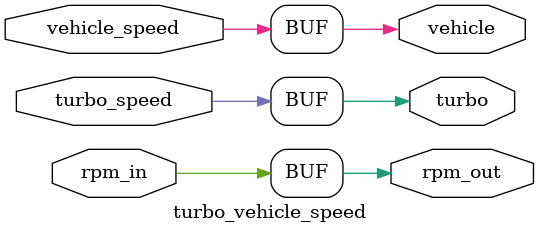
<source format=v>

module add_dec(a_bus, clock, rst, add_decoded, add_decoded_r, add_test_en, a_dig_in, a_dig_out, a_fault_dec, a_fault_dec_r);
   input [6-1:0]  a_bus;
   input                     clock;
   input                     rst;
   output [13-1:0] add_decoded;
   reg [13-1:0]    add_decoded;
   output [13-1:0] add_decoded_r;
   output                    add_test_en;
   reg                       add_test_en;
   output [2-1:0] a_dig_in;
   output                    a_dig_out;
   reg                       a_dig_out;
   output [2-1:0]      a_fault_dec;
   reg [2-1:0]         a_fault_dec;
   output [2-1:0]      a_fault_dec_r;
   
   
   wire [13-1:0]   add_decoded_int;
   wire [2-1:0]        a_fault_dec_int;
   wire [2-1:0]   a_dig_in_int;
   wire                      a_dig_out_int;
   wire                      add_test_en_int;
   
   wire [4:0]                not_a_bus;
   
   
   always @(posedge clock or negedge rst)
   begin: vhdl_add_dec
      if (rst == 1'b0)
      begin
         add_decoded <= {13{1'b0}};
         a_fault_dec <= {2{1'b0}};
         a_dig_out <= 1'b0;
         add_test_en <= 1'b0;
      end
      else 
      begin
         add_decoded <= add_decoded_int & 13'b1111111111111;
         a_fault_dec <= a_fault_dec_int & 2'b11;
         a_dig_out <= a_dig_out_int & 1'b1;
         add_test_en <= add_test_en_int & 1'b1;
      end
   end
   
   assign a_dig_in = {2{a_dig_in_int}} & 2'b11;
   assign add_decoded_r = add_decoded_int & 13'b1111111111111;
   assign a_fault_dec_r = a_fault_dec_int & 2'b11;
   
   assign not_a_bus[0] = (~(a_bus[0]));
   assign not_a_bus[1] = (~(a_bus[1]));
   assign not_a_bus[2] = (~(a_bus[2]));
   assign not_a_bus[3] = (~(a_bus[3]));
   assign not_a_bus[4] = (~(a_bus[4]));
   
   
   dwand dwand_add_t1(not_a_bus[4], not_a_bus[3], not_a_bus[2], not_a_bus[1], not_a_bus[0]);
   
   
   dwand dwand_add_t2(not_a_bus[4], not_a_bus[3], not_a_bus[2], not_a_bus[1], a_bus[0]);
   
   
   dwand dwand_add_tab(not_a_bus[4], not_a_bus[3], not_a_bus[2], a_bus[1], not_a_bus[0]);
   
   
   dwand dwand_add_tah(not_a_bus[4], not_a_bus[3], not_a_bus[2], a_bus[1], a_bus[0]);
   
   
   dwand dwand_add_tbb(not_a_bus[4], not_a_bus[3], a_bus[2], not_a_bus[1], not_a_bus[0]);
   
   
   dwand dwand_add_tbh(not_a_bus[4], not_a_bus[3], a_bus[2], not_a_bus[1], a_bus[0]);
   
   
   dwand dwand_add_tonh(not_a_bus[4], not_a_bus[3], a_bus[2], a_bus[1], not_a_bus[0]);
   
   
   dwand dwand_add_tonl(not_a_bus[4], not_a_bus[3], a_bus[2], a_bus[1], a_bus[0]);
   
   
   dwand dwand_add_tp(not_a_bus[4], a_bus[3], not_a_bus[2], not_a_bus[1], not_a_bus[0]);
   
   
   dwand dwand_add_t3_034(not_a_bus[4], a_bus[3], not_a_bus[2], not_a_bus[1], a_bus[0]);
   
   
   dwand dwand_add_t3_125(not_a_bus[4], a_bus[3], not_a_bus[2], a_bus[1], not_a_bus[0]);
   
   
   dwand dwand_add_t4_034(not_a_bus[4], a_bus[3], not_a_bus[2], a_bus[1], a_bus[0]);
   
   
   dwand dwand_add_t4_125(not_a_bus[4], a_bus[3], a_bus[2], not_a_bus[1], not_a_bus[0]);
   
   
   dwand dwand_add_fr1(not_a_bus[4], a_bus[3], a_bus[2], not_a_bus[1], a_bus[0]);
   
   
   dwand dwand_add_fr2(not_a_bus[4], a_bus[3], a_bus[2], a_bus[1], not_a_bus[0]);
   
   
   dwand dwand_a_dig_in_int(not_a_bus[4], a_bus[3], a_bus[2], a_bus[1], a_bus[0]);
   
   
   dwand dwand_a_dig_in_int1(a_bus[4], not_a_bus[3], not_a_bus[2], not_a_bus[1], not_a_bus[0]);
   
   
   dwand dwand_a_dig_out(a_bus[4], not_a_bus[3], not_a_bus[2], not_a_bus[1], a_bus[0]);
   
   
   dwand dwand_add_test_en_int(a_bus[4], not_a_bus[3], not_a_bus[2], a_bus[1], not_a_bus[0]);
   
endmodule

module anti_glitch(clock, cs8, rst, end_t0);
   input     clock;
   input     cs8;
   input     rst;
   output    end_t0;
   reg [2:0] counter;
   
   always @(posedge clock or negedge rst)
   begin: vhdl_count
      if (rst == 1'b0)
         counter <= 3'b000;
      else 
      begin
         if (cs8 == 1'b1)
            counter <= 3'b000;
         else
            counter <= counter + 3'b001;
      end
   end
   assign end_t0 = counter[0] & counter[1] & counter[2];
   
endmodule
//--------------------------------------------------------------------------------------------
//
// Generated by X-HDL VHDL Translator - Version 2.0.0 Feb. 1, 2011
// ?? 5? 23 2023 16:23:02
//
//      Input file      : 
//      Component name  : b30
//      Author          : 
//      Company         : 
//
//      Description     : 
//
//
//--------------------------------------------------------------------------------------------


module b30(a_bus, clock, cs, digital_input, ds, fbk_pwm, inj_cmd, in_speed, i_fbk, nssm_in, reset, rpm_in, r_w, seg_speed_hall, seg_speed_pickup, trg_knock1, trg_knock2, turbo_speed, vehicle_speed, v_fbk, cam_smot, digital_output, hlo, in_speed_lev, irq, knock1, knock1u, knock2, knock2u, relpot, rpm_out, seg_speed_lev, smot60, t1, t2, t3, turbo, turbo_speed_lev, vehicle, d_bus_ext);
   input [6-1:0]  a_bus;
   input                     clock;
   input                     cs;
   input [21-1:0] digital_input;
   input                     ds;
   input [3-1:0]  fbk_pwm;
   input [6-1:0]    inj_cmd;
   input                     in_speed;
   input [2-1:0]  i_fbk;
   input [7-1:0]     nssm_in;
   input                     reset;
   input                     rpm_in;
   input                     r_w;
   input                     seg_speed_hall;
   input                     seg_speed_pickup;
   input                     trg_knock1;
   input                     trg_knock2;
   input                     turbo_speed;
   input                     vehicle_speed;
   input [6-1:0]    v_fbk;
   output                    cam_smot;
   output [7:0]              digital_output;
   output [2-1:0] hlo;
   output                    in_speed_lev;
   output                    irq;
   output [2-1:0] knock1;
   output                    knock1u;
   output [2-1:0] knock2;
   output                    knock2u;
   output                    relpot;
   output                    rpm_out;
   output                    seg_speed_lev;
   output                    smot60;
   output [6-1:0]   t1;
   output [6-1:0]   t2;
   output [2-1:0] t3;
   output                    turbo;
   output                    turbo_speed_lev;
   output                    vehicle;
   inout [16-1:0]  d_bus_ext;
   
   
   
   inj_ctrl instance_inj_ctrl(a_bus, clock, cs, digital_input, ds, fbk_pwm, inj_cmd, in_speed, i_fbk, nssm_in, rpm_in, reset, r_w, seg_speed_hall, seg_speed_pickup, trg_knock1, trg_knock2, turbo_speed, vehicle_speed, v_fbk, cam_smot, digital_output, hlo, in_speed_lev, irq, knock1, knock1u, knock2, knock2u, relpot, rpm_out, seg_speed_lev, smot60, t1, t2, t3, turbo, turbo_speed_lev, vehicle, d_bus_ext);
   
   
   rst_inv instance_rst_inv(reset);
   
endmodule
//--------------------------------------------------------------------------------------------
//
// Generated by X-HDL VHDL Translator - Version 2.0.0 Feb. 1, 2011
// ?? 5? 23 2023 16:23:02
//
//      Input file      : 
//      Component name  : chopper_count
//      Author          : 
//      Company         : 
//
//      Description     : 
//
//
//--------------------------------------------------------------------------------------------

module chopper_count(clock, cs4, rst, chop_count);
   input                  clock;
   input                  cs4;
   input                  rst;
   output [7-1:0] chop_count;
   reg [7-1:0]    int_counter;
   
   always @(posedge clock or negedge rst)
   begin: vhdl_chopper_count
      if (rst == 1'b0)
         int_counter <= {7{1'b0}};
      else 
      begin
         if (cs4 == 1'b1)
            int_counter <= {7{1'b0}};
         else
            int_counter <= int_counter + 7'b0000001;
      end
   end
   assign chop_count = int_counter;
   
endmodule
//--------------------------------------------------------------------------------------------
//
// Generated by X-HDL VHDL Translator - Version 2.0.0 Feb. 1, 2011
// ?? 5? 23 2023 16:23:02
//
//      Input file      : 
//      Component name  : clock_gen
//      Author          : 
//      Company         : 
//
//      Description     : 
//
//
//--------------------------------------------------------------------------------------------

module clock_gen(clock_i, rst, clock_o);
   inout     clock_i;
   input     rst;
   output    clock_o;
   reg [3:0] counter;
   reg       clock_int;
   
   always @(posedge clock_i or negedge rst)
   begin: vhdl_clock_gen
      if (rst == 1'b0)
      begin
         counter <= {4{1'b0}};
         clock_int <= 1'b0;
      end
      else 
      begin
         if (counter == 4'b1001)
         begin
            counter <= 4'b0000;
            clock_int <= (~clock_int);
         end
         else
            counter <= counter + 4'b0001;
      end
   end
   assign clock_o = clock_int;
   
endmodule
//--------------------------------------------------------------------------------------------
//
// Generated by X-HDL VHDL Translator - Version 2.0.0 Feb. 1, 2011
// ?? 5? 23 2023 16:23:02
//
//      Input file      : 
//      Component name  : comparator
//      Author          : 
//      Company         : 
//
//      Description     : 
//
//
//--------------------------------------------------------------------------------------------

module comparator(count, stop_count_bus, comp);
   input [12-1:0] count;
   input [12-1:0] stop_count_bus;
   output               comp;
   reg                  comp;
   
   always @(count or stop_count_bus)
   begin: vhdl_comparator
      if (count == stop_count_bus)
         comp <= 1'b1;
      else
         comp <= 1'b0;
   end
   
endmodule
//--------------------------------------------------------------------------------------------
//
// Generated by X-HDL VHDL Translator - Version 2.0.0 Feb. 1, 2011
// ?? 5? 23 2023 16:23:02
//
//      Input file      : 
//      Component name  : counter
//      Author          : 
//      Company         : 
//
//      Description     : 
//
//
//--------------------------------------------------------------------------------------------

module counter(clock, cs1, rst, count);
   input                 clock;
   input                 cs1;
   input                 rst;
   output [12-1:0] count;
   reg [12-1:0]    int_counter;
   
   always @(posedge clock or negedge rst)
   begin: vhdl_counter
      if (rst == 1'b0)
         int_counter <= {12{1'b0}};
      else 
      begin
         if (cs1 == 1'b1)
            int_counter <= {12{1'b0}};
         else
            int_counter <= int_counter + 11'b00000000001;
      end
   end
   assign count = int_counter;
   
endmodule
//--------------------------------------------------------------------------------------------
//
// Generated by X-HDL VHDL Translator - Version 2.0.0 Feb. 1, 2011
// ?? 5? 23 2023 16:23:02
//
//      Input file      : 
//      Component name  : d_bus_handle
//      Author          : 
//      Company         : 
//
//      Description     : 
//
//
//--------------------------------------------------------------------------------------------

module d_bus_handle(clock, rd_en, rst, wr_en, d_bus, d_bus_ext);
   input                    clock;
   input                    rd_en;
   input                    rst;
   input                    wr_en;
   inout [16-1:0] d_bus;
   inout [16-1:0] d_bus_ext;
   reg [16-1:0]   d_bus_int;
   assign d_bus = ((wr_en == 1'b1)) ? d_bus_int : 
                  16'bZZZZZZZZZZZZZZZZ;
   assign d_bus_ext = ((rd_en == 1'b1)) ? d_bus : 
                      16'bZZZZZZZZZZZZZZZZ;
   
   always @(posedge clock or negedge rst)
   begin: vhdl_d_bus_handle
      if (rst == 1'b0)
         d_bus_int <= {16{1'b0}};
      else 
         d_bus_int <= d_bus_ext;
   end
   
endmodule
//--------------------------------------------------------------------------------------------
//
// Generated by X-HDL VHDL Translator - Version 2.0.0 Feb. 1, 2011
// ?? 5? 23 2023 16:23:02
//
//      Input file      : 
//      Component name  : d_bus_interface
//      Author          : 
//      Company         : 
//
//      Description     : 
//
//
//--------------------------------------------------------------------------------------------

module d_bus_interface(clock, cs, ds, rst, r_w, rd_en, wr_en, d_bus, d_bus_ext);
   input                    clock;
   input                    cs;
   input                    ds;
   input                    rst;
   input                    r_w;
   output                   rd_en;
   output                   wr_en;
   inout [16-1:0] d_bus;
   inout [16-1:0] d_bus_ext;
   wire                     rd_en_internal;
   wire                     wr_en_internal;
   
   d_bus_handle instance_d_bus_handle(clock, rd_en_internal, rst, wr_en_internal, d_bus, d_bus_ext);
   
   ds_handle instance_ds_handle(clock, cs, ds, rst, r_w, rd_en_internal, wr_en_internal);
   assign rd_en = rd_en_internal;
   assign wr_en = wr_en_internal;
   
endmodule
//--------------------------------------------------------------------------------------------
//
// Generated by X-HDL VHDL Translator - Version 2.0.0 Feb. 1, 2011
// ?? 5? 23 2023 16:23:02
//
//      Input file      : 
//      Component name  : digital_inputs_handle
//      Author          : 
//      Company         : 
//
//      Description     : 
//
//
//--------------------------------------------------------------------------------------------

module digital_inputs_handle(a_dig_in, clock, digital_input, fbk_pwm, nssm_in, rd_en, rst, d_bus);
   input [2-1:0]  a_dig_in;
   input                     clock;
   input [21-1:0] digital_input;
   input [3-1:0]  fbk_pwm;
   input [7-1:0]     nssm_in;
   input                     rd_en;
   input                     rst;
   output [16-1:0] d_bus;
   reg [31:0]                store_digital_input;
   
   always @(posedge clock or negedge rst)
   begin: vhdl_digital_inputs_handle
      if (rst == 1'b0)
         store_digital_input <= {32{1'b0}};
      else 
      begin
         store_digital_input[20:0] <= digital_input;
         store_digital_input[23:21] <= fbk_pwm;
         store_digital_input[30:24] <= nssm_in;
      end
   end
   assign d_bus = ((a_dig_in[0] == 1'b1 & rd_en == 1'b1)) ? store_digital_input[15:0] : 
                  16'bZZZZZZZZZZZZZZZZ;
   assign d_bus = ((a_dig_in[1] == 1'b1 & rd_en == 1'b1)) ? {1'b0, store_digital_input[30:16]} : 
                  16'bZZZZZZZZZZZZZZZZ;
   
endmodule
//--------------------------------------------------------------------------------------------
//
// Generated by X-HDL VHDL Translator - Version 2.0.0 Feb. 1, 2011
// ?? 5? 23 2023 16:23:02
//
//      Input file      : 
//      Component name  : digital_outputs_handle
//      Author          : 
//      Company         : 
//
//      Description     : 
//
//
//--------------------------------------------------------------------------------------------

module digital_outputs_handle(a_dig_out, clock, d_bus, rst, wr_en, digital_output, in_speed_lev, knock1u, knock2u, pickup_hall, seg_speed_lev, smot_camme_en, trg_knock_en, turbo_speed_lev);
   input                    a_dig_out;
   input                    clock;
   input [16-1:0] d_bus;
   input                    rst;
   input                    wr_en;
   output [7:0]             digital_output;
   output                   in_speed_lev;
   output                   knock1u;
   output                   knock2u;
   output                   pickup_hall;
   output                   seg_speed_lev;
   output                   smot_camme_en;
   output                   trg_knock_en;
   output                   turbo_speed_lev;
   reg [7:0]                digital_output_store;
   reg                      smot_camme_store;
   reg                      trg_knock_store;
   reg                      knock1_store;
   reg                      knock2_store;
   reg                      in_speed_lev_store;
   reg                      seg_speed_lev_store;
   reg                      turbo_speed_lev_store;
   reg                      pickup_hall_store;
   assign digital_output = digital_output_store;
   assign smot_camme_en = smot_camme_store;
   assign trg_knock_en = trg_knock_store;
   assign pickup_hall = pickup_hall_store;
   assign in_speed_lev = in_speed_lev_store;
   assign seg_speed_lev = seg_speed_lev_store;
   assign turbo_speed_lev = turbo_speed_lev_store;
   assign knock1u = knock1_store;
   assign knock2u = knock2_store;
   
   always @(posedge clock or negedge rst)
   begin: vhdl_digital_outputs_handle
      if (rst == 1'b0)
      begin
         digital_output_store <= {8{1'b0}};
         smot_camme_store <= 1'b0;
         trg_knock_store <= 1'b0;
         pickup_hall_store <= 1'b0;
         in_speed_lev_store <= 1'b0;
         seg_speed_lev_store <= 1'b0;
         turbo_speed_lev_store <= 1'b0;
         knock1_store <= 1'b0;
         knock2_store <= 1'b0;
      end
      else 
      begin
         if (a_dig_out == 1'b1 & wr_en == 1'b1)
         begin
            digital_output_store <= d_bus[7:0];
            smot_camme_store <= d_bus[8];
            trg_knock_store <= d_bus[9];
            pickup_hall_store <= d_bus[10];
            in_speed_lev_store <= d_bus[11];
            seg_speed_lev_store <= d_bus[12];
            turbo_speed_lev_store <= d_bus[13];
            knock1_store <= d_bus[14];
            knock2_store <= d_bus[15];
         end
      end
   end
   
endmodule
//--------------------------------------------------------------------------------------------
//
// Generated by X-HDL VHDL Translator - Version 2.0.0 Feb. 1, 2011
// ?? 5? 23 2023 16:23:02
//
//      Input file      : 
//      Component name  : ds_handle
//      Author          : 
//      Company         : 
//
//      Description     : 
//
//
//--------------------------------------------------------------------------------------------

module ds_handle(clock, cs, ds, rst, r_w, rd_en, wr_en);
   input   clock;
   input   cs;
   input   ds;
   input   rst;
   input   r_w;
   output  rd_en;
   output  wr_en;
   reg     wr_en;
   wire    wr_en_int;
   assign rd_en = (~(cs)) & r_w;
   assign wr_en_int = (~(cs)) & (~(ds)) & (~(r_w));
   
   always @(posedge clock or negedge rst)
   begin: vhdl_ds_handle
      if (rst == 1'b0)
         wr_en <= 1'b0;
      else 
         wr_en <= wr_en_int;
   end
   
endmodule
//--------------------------------------------------------------------------------------------
//
// Generated by X-HDL VHDL Translator - Version 2.0.0 Feb. 1, 2011
// ?? 5? 23 2023 16:23:02
//
//      Input file      : 
//      Component name  : dwand
//      Author          : 
//      Company         : 
//
//      Description     : 
//
//
//--------------------------------------------------------------------------------------------

module dwand(i0, i1, i2, i3, i4);
   input   i0;
   input   i1;
   input   i2;
   input   i3;
   input   i4;
   wire      o;
   assign o = (i0 & i1 & i2 & i3 & i4);
   
endmodule
//--------------------------------------------------------------------------------------------
//
// Generated by X-HDL VHDL Translator - Version 2.0.0 Feb. 1, 2011
// ?? 5? 23 2023 16:23:02
//
//      Input file      : 
//      Component name  : enable_fbk_chk
//      Author          : 
//      Company         : 
//
//      Description     : 
//
//
//--------------------------------------------------------------------------------------------

module enable_fbk_chk(clock, global_state, rst, test_en_cur, enable_check, en_fbk_store, en_state_store, global_state_store);
   input                        clock;
   input [7-1:0]  global_state;
   input                        rst;
   input                        test_en_cur;
   output                       enable_check;
   reg                          enable_check;
   output                       en_fbk_store;
   reg                          en_fbk_store;
   output                       en_state_store;
   reg                          en_state_store;
   output [7-1:0] global_state_store;
   reg [6:0]                    global_state_store_int;
   reg [3-1:0]          delay_counter;
   
   always @(posedge clock or negedge rst)
      if (rst == 1'b0)
         global_state_store_int <= 7'b0000000;
      else 
         global_state_store_int <= global_state;
   
   always @(posedge clock or negedge rst)
      if (rst == 1'b0)
         delay_counter <= 3'b000;
      else 
      begin
         if (global_state_store_int != global_state)
            delay_counter <= 3'b000;
         else if (delay_counter[2] == 1'b0)
            delay_counter <= delay_counter + 3'b001;
      end
   
   always @(delay_counter[2] or test_en_cur or global_state or global_state_store_int)
   begin
      if ((delay_counter[2] == 1'b1) & (test_en_cur == 1'b1) & (global_state == global_state_store_int))
         enable_check <= 1'b1;
      else
         enable_check <= 1'b0;
      if (global_state_store_int != global_state)
      begin
         if (global_state[6:5] != 2'b11)
         begin
            en_state_store <= 1'b1;
            en_fbk_store <= 1'b1;
         end
         else
         begin
            en_state_store <= 1'b0;
            en_fbk_store <= 1'b1;
         end
      end
      else
      begin
         en_state_store <= 1'b0;
         en_fbk_store <= 1'b0;
      end
   end
   assign global_state_store = global_state;
   
endmodule
//--------------------------------------------------------------------------------------------
//
// Generated by X-HDL VHDL Translator - Version 2.0.0 Feb. 1, 2011
// ?? 5? 23 2023 16:23:02
//
//      Input file      : 
//      Component name  : error_handle
//      Author          : 
//      Company         : 
//
//      Description     : 
//
//
//--------------------------------------------------------------------------------------------

module error_handle(a_fault_dec, a_fault_dec_r, clock, en_fbk_store_034, en_fbk_store_125, en_state_store_034, en_state_store_125, global_state_034, global_state_125, i_fbk_f, rd_en, rel_pot_en, rst, v_fbk_f, wr_en, relpot, status_reg_034, status_reg_125, d_bus);
   input [2-1:0]         a_fault_dec;
   input [2-1:0]         a_fault_dec_r;
   input                       clock;
   input                       en_fbk_store_034;
   input                       en_fbk_store_125;
   input                       en_state_store_034;
   input                       en_state_store_125;
   input [7-1:0] global_state_034;
   input [7-1:0] global_state_125;
   input [2-1:0]    i_fbk_f;
   input                       rd_en;
   input                       rel_pot_en;
   input                       rst;
   input [6-1:0]      v_fbk_f;
   input                       wr_en;
   output                      relpot;
   output [11-1:0]     status_reg_034;
   output [11-1:0]     status_reg_125;
   inout [16-1:0]    d_bus;
   reg [10:0]                  sr_034;
   reg [10:0]                  sr_125;
   assign status_reg_034 = sr_034[10:0];
   assign status_reg_125 = sr_125[10:0];
   assign relpot = rel_pot_en;
   
   always @(posedge clock or negedge rst or posedge wr_en)
   begin: vhdl_st_reg_wr_034
      if ((rst == 1'b0) | (a_fault_dec[0] == 1'b1 & wr_en == 1'b1))
         sr_034 <= {11{1'b0}};
      else 
      begin
         if (en_state_store_034 == 1'b1)
            sr_034[6:0] <= global_state_034;
         if (en_fbk_store_034 == 1'b1)
         begin
            sr_034[7] <= i_fbk_f[0];
            sr_034[8] <= v_fbk_f[0];
            sr_034[9] <= v_fbk_f[3];
            sr_034[10] <= v_fbk_f[4];
         end
      end
   end
   
   always @(posedge clock or negedge rst or posedge wr_en)
   begin: vhdl_st_reg_wr_125
      if ((rst == 1'b0) | (a_fault_dec[1] == 1'b1 & wr_en == 1'b1))
         sr_125 <= {11{1'b0}};
      else 
      begin
         if (en_state_store_125 == 1'b1)
            sr_125[6:0] <= global_state_125;
         if (en_fbk_store_125 == 1'b1)
         begin
            sr_125[7] <= i_fbk_f[1];
            sr_125[8] <= v_fbk_f[1];
            sr_125[9] <= v_fbk_f[2];
            sr_125[10] <= v_fbk_f[5];
         end
      end
   end
   assign d_bus = ((a_fault_dec_r[0] == 1'b1 & rd_en == 1'b1)) ? {5'b00000, sr_034} : 
                  16'bZZZZZZZZZZZZZZZZ;
   assign d_bus = ((a_fault_dec_r[1] == 1'b1 & rd_en == 1'b1)) ? {5'b00000, sr_125} : 
                  16'bZZZZZZZZZZZZZZZZ;
   
endmodule
//--------------------------------------------------------------------------------------------
//
// Generated by X-HDL VHDL Translator - Version 2.0.0 Feb. 1, 2011
// ?? 5? 23 2023 16:23:02
//
//      Input file      : 
//      Component name  : filter
//      Author          : 
//      Company         : 
//
//      Description     : 
//
//
//--------------------------------------------------------------------------------------------

module filter(clock, new_value, rst, filtered_value);
   input            clock;
   input            new_value;
   input            rst;
   output           filtered_value;
   reg              filtered_value;
   parameter [2:0]  filter_state_type_start_state = 0,
                    filter_state_type_zero_1 = 1,
                    filter_state_type_zero_2 = 2,
                    filter_state_type_zero_3 = 3,
                    filter_state_type_one_0 = 4,
                    filter_state_type_one_1 = 5,
                    filter_state_type_one_2 = 6,
                    filter_state_type_one_3 = 7;
   reg [2:0]        current_state;
   reg [2:0]        next_state;
   
   always @(posedge clock  or negedge rst)
   begin: clocked
      if (rst == 1'b0)
         current_state <= filter_state_type_start_state;
      else 
         current_state <= next_state;
   end
   
   always @(current_state or clock or new_value or rst)
   begin: set_next_state
      next_state <= current_state;
      case (current_state)
         filter_state_type_start_state :
            if (new_value == 1'b0)
               next_state <= filter_state_type_start_state;
            else if (new_value == 1'b1)
               next_state <= filter_state_type_zero_1;
         filter_state_type_zero_1 :
            if (new_value == 1'b1)
               next_state <= filter_state_type_zero_2;
            else if (new_value == 1'b0)
               next_state <= filter_state_type_start_state;
         filter_state_type_zero_2 :
            if (new_value == 1'b1)
               next_state <= filter_state_type_zero_3;
            else if (new_value == 1'b0)
               next_state <= filter_state_type_zero_1;
         filter_state_type_zero_3 :
            if (new_value == 1'b1)
               next_state <= filter_state_type_one_0;
            else if (new_value == 1'b0)
               next_state <= filter_state_type_zero_2;
         filter_state_type_one_0 :
            if (new_value == 1'b1)
               next_state <= filter_state_type_one_0;
            else if (new_value == 1'b0)
               next_state <= filter_state_type_one_1;
         filter_state_type_one_1 :
            if (new_value == 1'b1)
               next_state <= filter_state_type_one_0;
            else if (new_value == 1'b0)
               next_state <= filter_state_type_one_2;
         filter_state_type_one_2 :
            if (new_value == 1'b1)
               next_state <= filter_state_type_one_1;
            else if (new_value == 1'b0)
               next_state <= filter_state_type_one_3;
         filter_state_type_one_3 :
            if (new_value == 1'b1)
               next_state <= filter_state_type_one_2;
            else if (new_value == 1'b0)
               next_state <= filter_state_type_start_state;
         default :
            ;
      endcase
   end
   
   always @(current_state)
   begin: unclocked
      case (current_state)
         filter_state_type_start_state :
            filtered_value <= 1'b0;
         filter_state_type_zero_1 :
            filtered_value <= 1'b0;
         filter_state_type_zero_2 :
            filtered_value <= 1'b0;
         filter_state_type_zero_3 :
            filtered_value <= 1'b0;
         filter_state_type_one_0 :
            filtered_value <= 1'b1;
         filter_state_type_one_1 :
            filtered_value <= 1'b1;
         filter_state_type_one_2 :
            filtered_value <= 1'b1;
         filter_state_type_one_3 :
            filtered_value <= 1'b1;
         default :
            ;
      endcase
   end
   
endmodule
//--------------------------------------------------------------------------------------------
//
// Generated by X-HDL VHDL Translator - Version 2.0.0 Feb. 1, 2011
// ?? 5? 23 2023 16:23:02
//
//      Input file      : 
//      Component name  : filter_feedback
//      Author          : 
//      Company         : 
//
//      Description     : 
//
//
//--------------------------------------------------------------------------------------------

module filter_feedback(clock, i_fbk, rst, v_fbk, i_fbk_f, v_fbk_f);
   input                     clock;
   input [2-1:0]  i_fbk;
   input                     rst;
   input [6-1:0]    v_fbk;
   output [2-1:0] i_fbk_f;
   output [6-1:0]   v_fbk_f;
   wire                      v_fbk_0;
   wire                      v_fbk_f0;
   wire                      v_fbk_1;
   wire                      v_fbk_f1;
   wire                      v_fbk_2;
   wire                      v_fbk_f2;
   wire                      v_fbk_3;
   wire                      v_fbk_f3;
   wire                      v_fbk_4;
   wire                      v_fbk_f4;
   wire                      v_fbk_5;
   wire                      v_fbk_f5;
   wire                      i_fbk_0;
   wire                      i_fbk_f0;
   wire                      i_fbk_1;
   wire                      i_fbk_f1;
   
   filtering instance_filt0(clock, v_fbk_0, rst, v_fbk_f0);
   
   filtering instance_filt1(clock, v_fbk_1, rst, v_fbk_f1);
   
   filtering instance_filt2(clock, v_fbk_2, rst, v_fbk_f2);
   
   filtering instance_filt3(clock, v_fbk_3, rst, v_fbk_f3);
   
   filtering instance_filt4(clock, v_fbk_4, rst, v_fbk_f4);
   
   filtering instance_filt5(clock, v_fbk_5, rst, v_fbk_f5);
   
   filtering instance_filt6(clock, i_fbk_0, rst, i_fbk_f0);
   
   filtering instance_filt7(clock, i_fbk_1, rst, i_fbk_f1);
   
   interface instance_interface(i_fbk, i_fbk_f0, i_fbk_f1, v_fbk, v_fbk_f0, v_fbk_f1, v_fbk_f2, v_fbk_f3, v_fbk_f4, v_fbk_f5, i_fbk_0, i_fbk_1, i_fbk_f, v_fbk_0, v_fbk_1, v_fbk_2, v_fbk_3, v_fbk_4, v_fbk_5, v_fbk_f);
   
endmodule
//--------------------------------------------------------------------------------------------
//
// Generated by X-HDL VHDL Translator - Version 2.0.0 Feb. 1, 2011
// ?? 5? 23 2023 16:23:02
//
//      Input file      : 
//      Component name  : filtering
//      Author          : 
//      Company         : 
//
//      Description     : 
//
//
//--------------------------------------------------------------------------------------------

module filtering(clock, new_value, rst, filtered_value);
   input   clock;
   input   new_value;
   input   rst;
   output  filtered_value;
   
   filter instance_filter(clock, new_value, rst, filtered_value);
   
endmodule
//--------------------------------------------------------------------------------------------
//
// Generated by X-HDL VHDL Translator - Version 2.0.0 Feb. 1, 2011
// ?? 5? 23 2023 16:23:02
//
//      Input file      : 
//      Component name  : fsm
//      Author          : 
//      Company         : 
//
//      Description     : 
//
//
//--------------------------------------------------------------------------------------------

module fsm(clock, cmd_stored, comp, end_on, end_period, end_t0, inj_cmd, i_fbk, rst, sh_mode, status_reg, t4_0, test_en_cur, th_0, v_fbk_cur, v_fbk_mask, cs0, cs1, cs2, cs4, cs8, en_fbk_store, en_state_store, error, global_state_store, hl, relpot, t1, t2, t3);
   input                        clock;
   input [3-1:0]     cmd_stored;
   input                        comp;
   input                        end_on;
   input                        end_period;
   input                        end_t0;
   input [3-1:0]     inj_cmd;
   input                        i_fbk;
   input                        rst;
   input                        sh_mode;
   input [11-1:0]       status_reg;
   input                        t4_0;
   input                        test_en_cur;
   input                        th_0;
   input                        v_fbk_cur;
   input [3-1:0]     v_fbk_mask;
   output [4-1:0]        cs0;
   output                       cs1;
   output                       cs2;
   output                       cs4;
   output                       cs8;
   output                       en_fbk_store;
   output                       en_state_store;
   output                       error;
   output [7-1:0] global_state_store;
   output                       hl;
   output                       relpot;
   output                       t1;
   output                       t2;
   output                       t3;
   wire [7-1:0]   global_state;
   wire                         enable_check;
   wire [5-1:0]          cur_state;
   wire                         cs11;
   wire                         global1_state;
   wire                         cs111;
   wire                         t31;
   wire [2-1:0]           global2_state;
   wire                         cs42;
   wire                         t12;
   wire [2-1:0]           global4_state;
   wire                         cs44;
   wire                         t14;
   wire                         en_fbk_store_internal;
   
   enable_fbk_chk instance_enable_fbk_chk(clock, global_state, rst, test_en_cur, enable_check, en_fbk_store_internal, en_state_store, global_state_store);
   
   fsm_output_handle instance_fsm_output_handle(cur_state, en_fbk_store_internal, cs0, cs11, error, relpot);
   
   ph1_handle instance_ph1_handle(clock, cmd_stored, cur_state, end_t0, inj_cmd, rst, global1_state);
   
   ph1_output_handle instance_ph1_output_handle(global1_state, cs111, t31);
   
   ph2_handle instance_ph2_handle(clock, cur_state, end_on, end_period, i_fbk, rst, sh_mode, global2_state);
   
   ph2_output_handle instance_ph2_output_handle(global2_state, cs42, t12);
   
   ph4_handle instance_ph4_handle(clock, cur_state, end_on, end_period, i_fbk, rst, sh_mode, global4_state);
   
   ph4_output_handle instance_ph4_output_handle(global4_state, cs44, t14);
   
   sel_actuator instance_sel_actuator(cur_state, t12, t14, t31, hl, t1, t2, t3);
   
   sel_chop_control instance_sel_chop_control(cs42, cs44, cur_state, cs4);
   
   sel_glob_count_cs instance_sel_glob_count_cs(cs11, cs111, cur_state, global1_state, cs1, cs2, cs8);
   
   sel_global_state instance_sel_global_state(cur_state, global1_state, global2_state, global4_state, global_state);
   
   state_progression instance_state_progression(clock, cmd_stored, comp, enable_check, end_t0, global_state, inj_cmd, i_fbk, rst, sh_mode, status_reg, t4_0, th_0, v_fbk_cur, v_fbk_mask, cur_state);
   assign en_fbk_store = en_fbk_store_internal;
   
endmodule
//--------------------------------------------------------------------------------------------
//
// Generated by X-HDL VHDL Translator - Version 2.0.0 Feb. 1, 2011
// ?? 5? 23 2023 16:23:03
//
//      Input file      : 
//      Component name  : fsm_output_handle
//      Author          : 
//      Company         : 
//
//      Description     : 
//
//
//--------------------------------------------------------------------------------------------

module fsm_output_handle(cur_state, en_fbk_store, cs0, cs11, error, relpot);
   input [5-1:0]  cur_state;
   input                 en_fbk_store;
   output [4-1:0] cs0;
   output                cs11;
   reg                   cs11;
   output                error;
   output                relpot;
   assign relpot = cur_state[4] & cur_state[3] & cur_state[2] & cur_state[0];
   assign cs0 = cur_state[4:1];
   assign error = cur_state[4] & cur_state[3] & cur_state[2] & (~(en_fbk_store));
   
   always @(cur_state)
      case (cur_state)
         5'b00000 :
            cs11 <= 1'b1;
         5'b00010 :
            cs11 <= 1'b1;
         5'b00100 :
            cs11 <= 1'b1;
         5'b00110 :
            cs11 <= 1'b1;
         5'b01000 :
            cs11 <= 1'b1;
         5'b01010 :
            cs11 <= 1'b1;
         5'b01100 :
            cs11 <= 1'b1;
         5'b01110 :
            cs11 <= 1'b1;
         5'b11000 :
            cs11 <= 1'b1;
         default :
            cs11 <= 1'b0;
      endcase
   
endmodule
//--------------------------------------------------------------------------------------------
//
// Generated by X-HDL VHDL Translator - Version 2.0.0 Feb. 1, 2011
// ?? 5? 23 2023 16:23:03
//
//      Input file      : 
//      Component name  : in_reg
//      Author          : 
//      Company         : 
//
//      Description     : 
//
//
//--------------------------------------------------------------------------------------------

module in_reg(add_decoded, add_decoded_r, clock, rd_en, rst, wr_en, r_t1, r_t2, r_t3_034, r_t3_125, r_t4_034, r_t4_125, r_tb_034, r_tb_125, r_th_034, r_th_125, r_tonh, r_tonl, r_tp, d_bus);
   input [13-1:0] add_decoded;
   input [13-1:0] add_decoded_r;
   input                    clock;
   input                    rd_en;
   input                    rst;
   input                    wr_en;
   output [8-1:0]   r_t1;
   output [7-1:0]   r_t2;
   output [8-1:0]   r_t3_034;
   output [8-1:0]   r_t3_125;
   output [7-1:0]   r_t4_034;
   output [7-1:0]   r_t4_125;
   output [10-1:0]     r_tb_034;
   output [10-1:0]     r_tb_125;
   output [12-1:0]    r_th_034;
   output [12-1:0]    r_th_125;
   output [7-1:0]   r_tonh;
   output [7-1:0]   r_tonl;
   output [7-1:0]   r_tp;
   inout [16-1:0] d_bus;
   reg [12-1:0]       th_034;
   reg [12-1:0]       th_125;
   reg [7-1:0]      t2;
   reg [7-1:0]      tp;
   reg [7-1:0]      t4_034;
   reg [7-1:0]      t4_125;
   reg [7-1:0]      tonh;
   reg [7-1:0]      tonl;
   reg [8-1:0]      t1;
   reg [8-1:0]      t3_034;
   reg [8-1:0]      t3_125;
   reg [10-1:0]        tb_034;
   reg [10-1:0]        tb_125;
   assign r_t1 = t1;
   assign r_t2 = t2;
   assign r_tb_034 = tb_034;
   assign r_th_034 = th_034;
   assign r_tb_125 = tb_125;
   assign r_th_125 = th_125;
   assign r_tonh = tonh;
   assign r_tonl = tonl;
   assign r_tp = tp;
   assign r_t3_034 = t3_034;
   assign r_t3_125 = t3_125;
   assign r_t4_034 = t4_034;
   assign r_t4_125 = t4_125;
   
   always @(posedge clock or negedge rst)
   begin: vhdl_in_reg
      if (rst == 1'b0)
      begin
         t1 <= {8{1'b0}};
         t2 <= {7{1'b0}};
         tb_034 <= {10{1'b0}};
         th_034 <= {12{1'b0}};
         tb_125 <= {10{1'b0}};
         th_125 <= {12{1'b0}};
         tonh <= {7{1'b0}};
         tonl <= {7{1'b0}};
         tp <= {7{1'b0}};
         t3_034 <= {8{1'b0}};
         t3_125 <= {8{1'b0}};
         t4_034 <= {7{1'b0}};
         t4_125 <= {7{1'b0}};
      end
      else 
      begin
         if (wr_en == 1'b1)
         begin
            if (add_decoded[0] == 1'b1)
               t1 <= d_bus[7:0];
            if (add_decoded[1] == 1'b1)
               t2 <= d_bus[6:0];
            if (add_decoded[2] == 1'b1)
               tb_034 <= d_bus[9:0];
            if (add_decoded[3] == 1'b1)
               th_034 <= d_bus[11:0];
            if (add_decoded[4] == 1'b1)
               tb_125 <= d_bus[9:0];
            if (add_decoded[5] == 1'b1)
               th_125 <= d_bus[11:0];
            if (add_decoded[6] == 1'b1)
               tonh <= d_bus[6:0];
            if (add_decoded[7] == 1'b1)
               tonl <= d_bus[6:0];
            if (add_decoded[8] == 1'b1)
               tp <= d_bus[6:0];
            if (add_decoded[9] == 1'b1)
               t3_034 <= d_bus[7:0];
            if (add_decoded[10] == 1'b1)
               t3_125 <= d_bus[7:0];
            if (add_decoded[11] == 1'b1)
               t4_034 <= d_bus[6:0];
            if (add_decoded[12] == 1'b1)
               t4_125 <= d_bus[6:0];
         end
      end
   end
   assign d_bus = ((add_decoded_r[0] == 1'b1 & rd_en == 1'b1)) ? {8'b00000000, t1} : 
                  16'bZZZZZZZZZZZZZZZZ;
   assign d_bus = ((add_decoded_r[1] == 1'b1 & rd_en == 1'b1)) ? {9'b000000000, t2} : 
                  16'bZZZZZZZZZZZZZZZZ;
   assign d_bus = ((add_decoded_r[2] == 1'b1 & rd_en == 1'b1)) ? {6'b000000, tb_034} : 
                  16'bZZZZZZZZZZZZZZZZ;
   assign d_bus = ((add_decoded_r[3] == 1'b1 & rd_en == 1'b1)) ? {4'b0000, th_034} : 
                  16'bZZZZZZZZZZZZZZZZ;
   assign d_bus = ((add_decoded_r[4] == 1'b1 & rd_en == 1'b1)) ? {6'b000000, tb_125} : 
                  16'bZZZZZZZZZZZZZZZZ;
   assign d_bus = ((add_decoded_r[5] == 1'b1 & rd_en == 1'b1)) ? {4'b0000, th_125} : 
                  16'bZZZZZZZZZZZZZZZZ;
   assign d_bus = ((add_decoded_r[6] == 1'b1 & rd_en == 1'b1)) ? {9'b000000000, tonh} : 
                  16'bZZZZZZZZZZZZZZZZ;
   assign d_bus = ((add_decoded_r[7] == 1'b1 & rd_en == 1'b1)) ? {9'b000000000, tonl} : 
                  16'bZZZZZZZZZZZZZZZZ;
   assign d_bus = ((add_decoded_r[8] == 1'b1 & rd_en == 1'b1)) ? {9'b000000000, tp} : 
                  16'bZZZZZZZZZZZZZZZZ;
   assign d_bus = ((add_decoded_r[9] == 1'b1 & rd_en == 1'b1)) ? {8'b00000000, t3_034} : 
                  16'bZZZZZZZZZZZZZZZZ;
   assign d_bus = ((add_decoded_r[10] == 1'b1 & rd_en == 1'b1)) ? {8'b00000000, t3_125} : 
                  16'bZZZZZZZZZZZZZZZZ;
   assign d_bus = ((add_decoded_r[11] == 1'b1 & rd_en == 1'b1)) ? {9'b000000000, t4_034} : 
                  16'bZZZZZZZZZZZZZZZZ;
   assign d_bus = ((add_decoded_r[12] == 1'b1 & rd_en == 1'b1)) ? {9'b000000000, t4_125} : 
                  16'bZZZZZZZZZZZZZZZZ;
   
endmodule
//--------------------------------------------------------------------------------------------
//
// Generated by X-HDL VHDL Translator - Version 2.0.0 Feb. 1, 2011
// ?? 5? 23 2023 16:23:03
//
//      Input file      : 
//      Component name  : inj_block
//      Author          : 
//      Company         : 
//
//      Description     : 
//
//
//--------------------------------------------------------------------------------------------

module inj_block(clock, inj_cmd, i_fbk, rst, r_t1, r_t2, r_t3, r_t4, r_tb, r_th, r_tonh, r_tonl, r_tp, status_reg, test_en, v_fbk, en_fbk_store, en_state_store, error, global_state_store, hl, relpot, t1a, t1b, t1c, t2a, t2b, t2c, t3);
   input                        clock;
   input [3-1:0]     inj_cmd;
   input                        i_fbk;
   input                        rst;
   input [8-1:0]        r_t1;
   input [7-1:0]        r_t2;
   input [8-1:0]        r_t3;
   input [7-1:0]        r_t4;
   input [10-1:0]          r_tb;
   input [12-1:0]         r_th;
   input [7-1:0]        r_tonh;
   input [7-1:0]        r_tonl;
   input [7-1:0]        r_tp;
   input [11-1:0]       status_reg;
   input [3-1:0]        test_en;
   input [3-1:0]     v_fbk;
   output                       en_fbk_store;
   output                       en_state_store;
   output                       error;
   output [7-1:0] global_state_store;
   output                       hl;
   output                       relpot;
   output                       t1a;
   output                       t1b;
   output                       t1c;
   output                       t2a;
   output                       t2b;
   output                       t2c;
   output                       t3;
   wire                         cs8;
   wire                         end_t0;
   wire                         cs4;
   wire [7-1:0]         chop_count;
   wire [12-1:0]          count;
   wire [12-1:0]          stop_count_bus;
   wire                         comp;
   wire                         cs1;
   wire [3-1:0]      cmd_stored;
   wire                         end_on;
   wire                         end_period;
   wire                         sh_mode;
   wire                         t4_0;
   wire                         test_en_cur;
   wire                         th_0;
   wire                         v_fbk_cur;
   wire [3-1:0]      v_fbk_mask;
   wire [4-1:0]          cs0;
   wire                         cs2;
   wire                         t1;
   wire                         t2;
   wire [7-1:0]         ton_reg;
   wire [7-1:0]         tp_reg;
   
   anti_glitch instance_anti_glitch(clock, cs8, rst, end_t0);
   
   chopper_count instance_chopper_count(clock, cs4, rst, chop_count);
   
   comparator instance_comparator(count, stop_count_bus, comp);
   
   counter instance_counter(clock, cs1, rst, count);
   
   fsm instance_fsm(clock, cmd_stored, comp, end_on, end_period, end_t0, inj_cmd, i_fbk, rst, sh_mode, status_reg, t4_0, test_en_cur, th_0, v_fbk_cur, v_fbk_mask, cs0, cs1, cs2, cs4, cs8, en_fbk_store, en_state_store, error, global_state_store, hl, relpot, t1, t2, t3);
   
   internal_register instance_internal_register(clock, cs0, cs2, rst, r_t1, r_t2, r_t3, r_t4, r_tb, r_th, r_tonh, r_tonl, r_tp, sh_mode, stop_count_bus, t4_0, th_0, ton_reg, tp_reg);
   
   on_comp instance_on_comp(chop_count, ton_reg, end_on);
   
   output_decoder instance_output_decoder(cmd_stored, t1, t2, t1a, t1b, t1c, t2a, t2b, t2c);
   
   period_comp instance_period_comp(chop_count, tp_reg, end_period);
   
   sel_cmd instance_sel_cmd(clock, cs2, inj_cmd, rst, test_en, v_fbk, cmd_stored, test_en_cur, v_fbk_cur, v_fbk_mask);
   
endmodule
//--------------------------------------------------------------------------------------------
//
// Generated by X-HDL VHDL Translator - Version 2.0.0 Feb. 1, 2011
// ?? 5? 23 2023 16:23:03
//
//      Input file      : 
//      Component name  : inj_ctrl
//      Author          : 
//      Company         : 
//
//      Description     : 
//
//
//--------------------------------------------------------------------------------------------

module inj_ctrl(a_bus, clock, cs, digital_input, ds, fbk_pwm, inj_cmd, in_speed, i_fbk, nssm_in, rpm_in, rst, r_w, seg_speed_hall, seg_speed_pickup, trg_knock1, trg_knock2, turbo_speed, vehicle_speed, v_fbk, cam_smot, digital_output, hlo, in_speed_lev, irq, knock1, knock1u, knock2, knock2u, relpot, rpm_out, seg_speed_lev, smot60, t1, t2, t3, turbo, turbo_speed_lev, vehicle, d_bus_ext);
   input [6-1:0]   a_bus;
   input                      clock;
   input                      cs;
   input [21-1:0]  digital_input;
   input                      ds;
   input [3-1:0]   fbk_pwm;
   input [6-1:0]     inj_cmd;
   input                      in_speed;
   input [2-1:0]   i_fbk;
   input [7-1:0]      nssm_in;
   input                      rpm_in;
   input                      rst;
   input                      r_w;
   input                      seg_speed_hall;
   input                      seg_speed_pickup;
   input                      trg_knock1;
   input                      trg_knock2;
   input                      turbo_speed;
   input                      vehicle_speed;
   input [6-1:0]     v_fbk;
   output                     cam_smot;
   output [7:0]               digital_output;
   output [2-1:0]  hlo;
   output                     in_speed_lev;
   output                     irq;
   output [2-1:0]  knock1;
   output                     knock1u;
   output [2-1:0]  knock2;
   output                     knock2u;
   output                     relpot;
   output                     rpm_out;
   output                     seg_speed_lev;
   output                     smot60;
   output [6-1:0]    t1;
   output [6-1:0]    t2;
   output [2-1:0]  t3;
   output                     turbo;
   output                     turbo_speed_lev;
   output                     vehicle;
   inout [16-1:0]   d_bus_ext;
   wire [3-1:0]    inj_cmd_034;
   wire                       i_fbk_034;
   wire [8-1:0]       r_t1;
   wire [7-1:0]       r_t2;
   wire [8-1:0]       r_t3_034;
   wire [7-1:0]       r_t4_034;
   wire [10-1:0]         r_tb_034;
   wire [12-1:0]        r_th_034;
   wire [7-1:0]       r_tonh;
   wire [7-1:0]       r_tonl;
   wire [7-1:0]       r_tp;
   wire [11-1:0]      status_reg_034;
   wire [3-1:0]       test_en_034;
   wire [3-1:0]    v_fbk_034;
   wire                       en_fbk_store_034;
   wire                       en_state_store_034;
   wire                       error1;
   wire [7-1:0] global_state_034;
   wire                       hl_034;
   wire                       relpot1;
   wire                       t1_0;
   wire                       t1_3;
   wire                       t1_4;
   wire                       t2_0;
   wire                       t2_3;
   wire                       t2_4;
   wire                       t3_034;
   wire [3-1:0]    inj_cmd_125;
   wire                       i_fbk_125;
   wire [8-1:0]       r_t3_125;
   wire [7-1:0]       r_t4_125;
   wire [10-1:0]         r_tb_125;
   wire [12-1:0]        r_th_125;
   wire [11-1:0]      status_reg_125;
   wire [3-1:0]       test_en_125;
   wire [3-1:0]    v_fbk_125;
   wire                       en_fbk_store_125;
   wire                       en_state_store_125;
   wire                       error2;
   wire [7-1:0] global_state_125;
   wire                       hl_125;
   wire                       relpot2;
   wire                       t1_1;
   wire                       t1_2;
   wire                       t1_5;
   wire                       t2_1;
   wire                       t2_2;
   wire                       t2_5;
   wire                       t3_125;
   wire                       rd_en;
   wire                       wr_en;
   wire [16-1:0]    d_bus;
   wire [2-1:0]    i_fbk_f;
   wire [6-1:0]      v_fbk_f;
   wire                       rel_pot_en;
   wire                       pickup_hall;
   wire                       smot_camme_en;
   wire                       trg_knock_en;
   wire                       clock_internal;
   
   inj_block instance_block_034(clock_internal, inj_cmd_034, i_fbk_034, rst, r_t1, r_t2, r_t3_034, r_t4_034, r_tb_034, r_th_034, r_tonh, r_tonl, r_tp, status_reg_034, test_en_034, v_fbk_034, en_fbk_store_034, en_state_store_034, error1, global_state_034, hl_034, relpot1, t1_0, t1_3, t1_4, t2_0, t2_3, t2_4, t3_034);
   
   inj_block instance_block_125(clock_internal, inj_cmd_125, i_fbk_125, rst, r_t1, r_t2, r_t3_125, r_t4_125, r_tb_125, r_th_125, r_tonh, r_tonl, r_tp, status_reg_125, test_en_125, v_fbk_125, en_fbk_store_125, en_state_store_125, error2, global_state_125, hl_125, relpot2, t1_1, t1_2, t1_5, t2_1, t2_2, t2_5, t3_125);
   
   clock_gen instance_clock_gen(clock, rst, clock_internal);
   
   d_bus_interface instance_d_bus_interface(clock, cs, ds, rst, r_w, rd_en, wr_en, d_bus, d_bus_ext);
   
   filter_feedback instance_filter_feedback(clock_internal, i_fbk, rst, v_fbk, i_fbk_f, v_fbk_f);
   
   merge instance_merge(error1, error2, hl_034, hl_125, relpot1, relpot2, hlo, irq, rel_pot_en);
   
   merge_actuators instance_merge_actuators(t1_0, t1_1, t1_2, t1_3, t1_4, t1_5, t2_0, t2_1, t2_2, t2_3, t2_4, t2_5, t3_034, t3_125, t1, t2, t3);
   
   registers instance_registers(a_bus, clock, digital_input, en_fbk_store_034, en_fbk_store_125, en_state_store_034, en_state_store_125, fbk_pwm, global_state_034, global_state_125, i_fbk_f, nssm_in, rd_en, rel_pot_en, rst, v_fbk_f, wr_en, digital_output, in_speed_lev, knock1u, knock2u, pickup_hall, relpot, r_t1, r_t2, r_t3_034, r_t3_125, r_t4_034, r_t4_125, r_tb_034, r_tb_125, r_th_034, r_th_125, r_tonh, r_tonl, r_tp, seg_speed_lev, smot_camme_en, status_reg_034, status_reg_125, test_en_034, test_en_125, trg_knock_en, turbo_speed_lev, d_bus);
   
   smot_knock_handle instance_smot_knock_handle(clock_internal, in_speed, pickup_hall, rst, seg_speed_hall, seg_speed_pickup, smot_camme_en, trg_knock1, trg_knock2, trg_knock_en, cam_smot, knock1, knock2, smot60);
   
   split instance_split(clock_internal, rst, inj_cmd, i_fbk_f, v_fbk_f, inj_cmd_034, inj_cmd_125, i_fbk_034, i_fbk_125, v_fbk_034, v_fbk_125);
   
   turbo_vehicle_speed instance_turbo_vehicle_speed(rpm_in, turbo_speed, vehicle_speed, rpm_out, turbo, vehicle);
   assign clock = clock_internal;
   
endmodule
//--------------------------------------------------------------------------------------------
//
// Generated by X-HDL VHDL Translator - Version 2.0.0 Feb. 1, 2011
// ?? 5? 23 2023 16:23:03
//
//      Input file      : 
//      Component name  : interface
//      Author          : 
//      Company         : 
//
//      Description     : 
//
//
//--------------------------------------------------------------------------------------------

module interface(i_fbk, i_fbk_f0, i_fbk_f1, v_fbk, v_fbk_f0, v_fbk_f1, v_fbk_f2, v_fbk_f3, v_fbk_f4, v_fbk_f5, i_fbk_0, i_fbk_1, i_fbk_f, v_fbk_0, v_fbk_1, v_fbk_2, v_fbk_3, v_fbk_4, v_fbk_5, v_fbk_f);
   input [2-1:0]  i_fbk;
   input                     i_fbk_f0;
   input                     i_fbk_f1;
   input [6-1:0]    v_fbk;
   input                     v_fbk_f0;
   input                     v_fbk_f1;
   input                     v_fbk_f2;
   input                     v_fbk_f3;
   input                     v_fbk_f4;
   input                     v_fbk_f5;
   output                    i_fbk_0;
   output                    i_fbk_1;
   output [2-1:0] i_fbk_f;
   output                    v_fbk_0;
   output                    v_fbk_1;
   output                    v_fbk_2;
   output                    v_fbk_3;
   output                    v_fbk_4;
   output                    v_fbk_5;
   output [6-1:0]   v_fbk_f;
   assign v_fbk_0 = v_fbk[0];
   assign v_fbk_1 = v_fbk[1];
   assign v_fbk_2 = v_fbk[2];
   assign v_fbk_3 = v_fbk[3];
   assign v_fbk_4 = v_fbk[4];
   assign v_fbk_5 = v_fbk[5];
   assign v_fbk_f[0] = v_fbk_f0;
   assign v_fbk_f[1] = v_fbk_f1;
   assign v_fbk_f[2] = v_fbk_f2;
   assign v_fbk_f[3] = v_fbk_f3;
   assign v_fbk_f[4] = v_fbk_f4;
   assign v_fbk_f[5] = v_fbk_f5;
   assign i_fbk_0 = (~(i_fbk[0]));
   assign i_fbk_1 = (~(i_fbk[1]));
   assign i_fbk_f[0] = i_fbk_f0;
   assign i_fbk_f[1] = i_fbk_f1;
   
endmodule
//--------------------------------------------------------------------------------------------
//
// Generated by X-HDL VHDL Translator - Version 2.0.0 Feb. 1, 2011
// ?? 5? 23 2023 16:23:03
//
//      Input file      : 
//      Component name  : internal_register
//      Author          : 
//      Company         : 
//
//      Description     : 
//
//
//--------------------------------------------------------------------------------------------

module internal_register(clock, cs0, cs2, rst, r_t1, r_t2, r_t3, r_t4, r_tb, r_th, r_tonh, r_tonl, r_tp, sh_mode, stop_count_bus, t4_0, th_0, ton_reg, tp_reg);
   input                  clock;
   input [4-1:0]   cs0;
   input                  cs2;
   input                  rst;
   input [8-1:0]  r_t1;
   input [7-1:0]  r_t2;
   input [8-1:0]  r_t3;
   input [7-1:0]  r_t4;
   input [10-1:0]    r_tb;
   input [12-1:0]   r_th;
   input [7-1:0]  r_tonh;
   input [7-1:0]  r_tonl;
   input [7-1:0]  r_tp;
   output                 sh_mode;
   output [12-1:0]  stop_count_bus;
   output                 t4_0;
   output                 th_0;
   output [7-1:0] ton_reg;
   output [7-1:0] tp_reg;
   reg [12-1:0]     th;
   reg [10-1:0]      tb;
   reg [7-1:0]    tonh;
   reg [7-1:0]    tonl;
   
   always @(posedge clock or negedge rst)
   begin: vhdl_internal_register
      if (rst == 1'b0)
      begin
         tb <= {10{1'b0}};
         th <= {12{1'b0}};
         tonh <= {7{1'b0}};
         tonl <= {7{1'b0}};
      end
      else 
      begin
         if (cs2 == 1'b1)
         begin
            tb <= r_tb;
            th <= r_th;
            tonh <= r_tonh;
            tonl <= r_tonl;
         end
      end
   end
   assign tp_reg = r_tp;
   assign sh_mode = tb[9];
   assign th_0 = (~(th[0] | th[1] | th[2] | th[3] | th[4] | th[5] | th[6] | th[7] | th[8] | th[9] | th[10] | th[11]));
   assign t4_0 = (~(r_t4[6] | r_t4[5] | r_t4[4] | r_t4[3]));
   assign stop_count_bus = (cs0 == 4'b0000) ? {5'b00000, r_t1[7:1]} : 
                           12'bZZZZZZZZZZZZ;
   assign ton_reg = (cs0 == 4'b0000) ? tonh : 
                    7'bZZZZZZZ;
   assign stop_count_bus = (cs0 == 4'b0001) ? {5'b00000, r_t1[7:1]} : 
                           12'bZZZZZZZZZZZZ;
   assign ton_reg = (cs0 == 4'b0001) ? tonh : 
                    7'bZZZZZZZ;
   assign stop_count_bus = (cs0 == 4'b0010) ? {3'b000, tb[8:0]} : 
                           12'bZZZZZZZZZZZZ;
   assign ton_reg = (cs0 == 4'b0010) ? tonh : 
                    7'bZZZZZZZ;
   assign stop_count_bus = (cs0 == 4'b0011) ? {5'b00000, r_t2} : 
                           12'bZZZZZZZZZZZZ;
   assign ton_reg = (cs0 == 4'b0011) ? tonl : 
                    7'bZZZZZZZ;
   assign stop_count_bus = (cs0 == 4'b0100) ? th : 
                           12'bZZZZZZZZZZZZ;
   assign ton_reg = (cs0 == 4'b0100) ? tonl : 
                    7'bZZZZZZZ;
   assign stop_count_bus = (cs0 == 4'b0101) ? {5'b00000, r_t1[7:1]} : 
                           12'bZZZZZZZZZZZZ;
   assign ton_reg = (cs0 == 4'b0101) ? tonl : 
                    7'bZZZZZZZ;
   assign stop_count_bus = (cs0 == 4'b0110) ? {4'b0000, r_t3} : 
                           12'bZZZZZZZZZZZZ;
   assign ton_reg = (cs0 == 4'b0110) ? tonl : 
                    7'bZZZZZZZ;
   assign stop_count_bus = (cs0 == 4'b0111) ? {3'b000, r_t1, 1'b0} : 
                           12'bZZZZZZZZZZZZ;
   assign ton_reg = (cs0 == 4'b0111) ? tonl : 
                    7'bZZZZZZZ;
   assign stop_count_bus = (cs0 == 4'b1100) ? {5'b00000, r_t4} : 
                           12'bZZZZZZZZZZZZ;
   assign ton_reg = (cs0 == 4'b1100) ? tonl : 
                    7'bZZZZZZZ;
   assign stop_count_bus = (cs0[3:1] == 3'b111) ? {4'b0000, r_t1} : 
                           12'bZZZZZZZZZZZZ;
   assign ton_reg = (cs0[3:1] == 3'b111) ? tonl : 
                    7'bZZZZZZZ;
   
endmodule
//--------------------------------------------------------------------------------------------
//
// Generated by X-HDL VHDL Translator - Version 2.0.0 Feb. 1, 2011
// ?? 5? 23 2023 16:23:03
//
//      Input file      : 
//      Component name  : knock_comp1
//      Author          : 
//      Company         : 
//
//      Description     : 
//
//
//--------------------------------------------------------------------------------------------

module knock_comp1(count1, en_comp1, impulse, long);
   input [6-1:0] count1;
   input                  en_comp1;
   output                 impulse;
   output                 long;
   assign impulse = (count1[5] | count1[4] | count1[3]) & (~(en_comp1));
   assign long = count1[0] & count1[1] & count1[2] & count1[3] & count1[4] & count1[5];
   
endmodule
//--------------------------------------------------------------------------------------------
//
// Generated by X-HDL VHDL Translator - Version 2.0.0 Feb. 1, 2011
// ?? 5? 23 2023 16:23:03
//
//      Input file      : 
//      Component name  : knock_comp2
//      Author          : 
//      Company         : 
//
//      Description     : 
//
//
//--------------------------------------------------------------------------------------------

module knock_comp2(count2, en_comp2, impulse, long);
   input [6-1:0] count2;
   input                  en_comp2;
   output                 impulse;
   output                 long;
   assign impulse = (count2[5] | count2[4] | count2[3]) & (~(en_comp2));
   assign long = count2[0] & count2[1] & count2[2] & count2[3] & count2[4] & count2[5];
   
endmodule
//--------------------------------------------------------------------------------------------
//
// Generated by X-HDL VHDL Translator - Version 2.0.0 Feb. 1, 2011
// ?? 5? 23 2023 16:23:03
//
//      Input file      : 
//      Component name  : knock_count1
//      Author          : 
//      Company         : 
//
//      Description     : 
//
//
//--------------------------------------------------------------------------------------------

module knock_count1(clock, internal_trg_knock1, rst, count1, en_comp1);
   input                   clock;
   input                   internal_trg_knock1;
   input                   rst;
   output [6-1:0] count1;
   output                  en_comp1;
   reg                     store_trg_knock1;
   reg                     store_reset_trg;
   wire                    rst_int;
   reg [6-1:0]    int_counter1;
   
   always @(posedge clock or negedge rst)
   begin: vhdl_knock_store
      if (rst == 1'b0)
      begin
         store_trg_knock1 <= 1'b0;
         store_reset_trg <= 1'b0;
      end
      else 
      begin
         store_trg_knock1 <= internal_trg_knock1;
         store_reset_trg <= (~(store_trg_knock1));
      end
   end
   assign rst_int = rst & (~(store_reset_trg));
   assign en_comp1 = store_trg_knock1;
   
   always @(posedge clock or negedge rst_int)
      if (rst_int == 1'b0)
         int_counter1 <= {6{1'b0}};
      else 
      begin
         if (store_trg_knock1 == 1'b1)
            int_counter1 <= int_counter1 + 6'b000001;
      end
   assign count1 = int_counter1;
   
endmodule
//--------------------------------------------------------------------------------------------
//
// Generated by X-HDL VHDL Translator - Version 2.0.0 Feb. 1, 2011
// ?? 5? 23 2023 16:23:03
//
//      Input file      : 
//      Component name  : knock_count2
//      Author          : 
//      Company         : 
//
//      Description     : 
//
//
//--------------------------------------------------------------------------------------------

module knock_count2(clock, rst, trg_knock2, count2, en_comp2);
   input                   clock;
   input                   rst;
   input                   trg_knock2;
   output [6-1:0] count2;
   output                  en_comp2;
   reg                     store_trg_knock2;
   reg                     store_reset_trg;
   wire                    rst_int;
   reg [6-1:0]    int_counter2;
   
   always @(posedge clock or negedge rst)
   begin: vhdl_knock_store
      if (rst == 1'b0)
      begin
         store_trg_knock2 <= 1'b0;
         store_reset_trg <= 1'b0;
      end
      else 
      begin
         store_trg_knock2 <= trg_knock2;
         store_reset_trg <= (~(store_trg_knock2));
      end
   end
   assign rst_int = rst & (~(store_reset_trg));
   assign en_comp2 = store_trg_knock2;
   
   always @(posedge clock or negedge rst_int)
      if (rst_int == 1'b0)
         int_counter2 <= {6{1'b0}};
      else 
      begin
         if (store_trg_knock2 == 1'b1)
            int_counter2 <= int_counter2 + 6'b000001;
      end
   assign count2 = int_counter2;
   
endmodule
//--------------------------------------------------------------------------------------------
//
// Generated by X-HDL VHDL Translator - Version 2.0.0 Feb. 1, 2011
// ?? 5? 23 2023 16:23:03
//
//      Input file      : 
//      Component name  : knock_detection_fsm1
//      Author          : 
//      Company         : 
//
//      Description     : 
//
//
//--------------------------------------------------------------------------------------------

module knock_detection_fsm1(clock, internal_trg_knock1, rst, knock1);
   input                     clock;
   input                     internal_trg_knock1;
   input                     rst;
   output [2-1:0] knock1;
   wire [6-1:0]     count1;
   wire                      en_comp1;
   wire                      impulse;
   wire                      long;
   
   knock_comp1 instance_knock_comp1(count1, en_comp1, impulse, long);
   
   knock_count1 instance_knock_count1(clock, internal_trg_knock1, rst, count1, en_comp1);
   
   knock_fsm1 instance_knock_fsm1(clock, impulse, long, rst, knock1);
   
endmodule
//--------------------------------------------------------------------------------------------
//
// Generated by X-HDL VHDL Translator - Version 2.0.0 Feb. 1, 2011
// ?? 5? 23 2023 16:23:03
//
//      Input file      : 
//      Component name  : knock_detection_fsm2
//      Author          : 
//      Company         : 
//
//      Description     : 
//
//
//--------------------------------------------------------------------------------------------

module knock_detection_fsm2(clock, rst, trg_knock2, knock2);
   input                     clock;
   input                     rst;
   input                     trg_knock2;
   output [2-1:0] knock2;
   wire [6-1:0]     count2;
   wire                      en_comp2;
   wire                      impulse;
   wire                      long;
   
   knock_comp2 instance_knock_comp2(count2, en_comp2, impulse, long);
   
   knock_count2 instance_knock_count2(clock, rst, trg_knock2, count2, en_comp2);
   
   knock_fsm2 instance_knock_fsm2(clock, impulse, long, rst, knock2);
   
endmodule
//--------------------------------------------------------------------------------------------
//
// Generated by X-HDL VHDL Translator - Version 2.0.0 Feb. 1, 2011
// ?? 5? 23 2023 16:23:03
//
//      Input file      : 
//      Component name  : knock_fsm1
//      Author          : 
//      Company         : 
//
//      Description     : 
//
//
//--------------------------------------------------------------------------------------------

module knock_fsm1(clock, impulse, long, rst, knock1);
   input                     clock;
   input                     impulse;
   input                     long;
   input                     rst;
   output [2-1:0] knock1;
   reg [2-1:0]    knock1;
   parameter [1:0]           knock_fsm1_state_type_start_state = 0,
                             knock_fsm1_state_type_off1_state = 1,
                             knock_fsm1_state_type_sample_state = 2,
                             knock_fsm1_state_type_off2_state = 3;
   reg [1:0]                 current_state;
   reg [1:0]                 next_state;
   
   always @(posedge clock or negedge rst)
   begin: clocked
      if (rst == 1'b0)
      begin
         current_state <= knock_fsm1_state_type_start_state;
         knock1 <= 2'b01;
      end
      else 
      begin
         current_state <= next_state;
         case (next_state)
            knock_fsm1_state_type_start_state :
               knock1 <= 2'b01;
            knock_fsm1_state_type_off1_state :
               knock1 <= 2'b00;
            knock_fsm1_state_type_sample_state :
               knock1 <= 2'b10;
            knock_fsm1_state_type_off2_state :
               knock1 <= 2'b00;
            default :
               ;
         endcase
      end
   end
   
   always @(current_state or clock or impulse or long or rst)
   begin: set_next_state
      next_state <= current_state;
      case (current_state)
         knock_fsm1_state_type_start_state :
            if (long == 1'b1)
               next_state <= knock_fsm1_state_type_start_state;
            else if (impulse == 1'b1)
               next_state <= knock_fsm1_state_type_off1_state;
         knock_fsm1_state_type_off1_state :
            if (impulse == 1'b1)
               next_state <= knock_fsm1_state_type_sample_state;
            else if (long == 1'b1)
               next_state <= knock_fsm1_state_type_start_state;
         knock_fsm1_state_type_sample_state :
            if (impulse == 1'b1)
               next_state <= knock_fsm1_state_type_off2_state;
            else if (long == 1'b1)
               next_state <= knock_fsm1_state_type_start_state;
         knock_fsm1_state_type_off2_state :
            if (long == 1'b1)
               next_state <= knock_fsm1_state_type_start_state;
            else if (impulse == 1'b1)
               next_state <= knock_fsm1_state_type_start_state;
         default :
            ;
      endcase
   end
   
endmodule
//--------------------------------------------------------------------------------------------
//
// Generated by X-HDL VHDL Translator - Version 2.0.0 Feb. 1, 2011
// ?? 5? 23 2023 16:23:03
//
//      Input file      : 
//      Component name  : knock_fsm2
//      Author          : 
//      Company         : 
//
//      Description     : 
//
//
//--------------------------------------------------------------------------------------------

module knock_fsm2(clock, impulse, long, rst, knock2);
   input                     clock;
   input                     impulse;
   input                     long;
   input                     rst;
   output [2-1:0] knock2;
   reg [2-1:0]    knock2;
   parameter [1:0]           knock_fsm2_state_type_start_state = 0,
                             knock_fsm2_state_type_off1_state = 1,
                             knock_fsm2_state_type_sample_state = 2,
                             knock_fsm2_state_type_off2_state = 3;
   reg [1:0]                 current_state;
   reg [1:0]                 next_state;
   
   always @(posedge clock  or negedge rst)
   begin: clocked
      if (rst == 1'b0)
      begin
         current_state <= knock_fsm2_state_type_start_state;
         knock2 <= 2'b01;
      end
      else 
      begin
         current_state <= next_state;
         case (next_state)
            knock_fsm2_state_type_start_state :
               knock2 <= 2'b01;
            knock_fsm2_state_type_off1_state :
               knock2 <= 2'b00;
            knock_fsm2_state_type_sample_state :
               knock2 <= 2'b10;
            knock_fsm2_state_type_off2_state :
               knock2 <= 2'b00;
            default :
               ;
         endcase
      end
   end
   
   always @(current_state or clock or impulse or long or rst)
   begin: set_next_state
      next_state <= current_state;
      case (current_state)
         knock_fsm2_state_type_start_state :
            if (long == 1'b1)
               next_state <= knock_fsm2_state_type_start_state;
            else if (impulse == 1'b1)
               next_state <= knock_fsm2_state_type_off1_state;
         knock_fsm2_state_type_off1_state :
            if (impulse == 1'b1)
               next_state <= knock_fsm2_state_type_sample_state;
            else if (long == 1'b1)
               next_state <= knock_fsm2_state_type_start_state;
         knock_fsm2_state_type_sample_state :
            if (impulse == 1'b1)
               next_state <= knock_fsm2_state_type_off2_state;
            else if (long == 1'b1)
               next_state <= knock_fsm2_state_type_start_state;
         knock_fsm2_state_type_off2_state :
            if (long == 1'b1)
               next_state <= knock_fsm2_state_type_start_state;
            else if (impulse == 1'b1)
               next_state <= knock_fsm2_state_type_start_state;
         default :
            ;
      endcase
   end
   
endmodule
//--------------------------------------------------------------------------------------------
//
// Generated by X-HDL VHDL Translator - Version 2.0.0 Feb. 1, 2011
// ?? 5? 23 2023 16:23:03
//
//      Input file      : 
//      Component name  : merge
//      Author          : 
//      Company         : 
//
//      Description     : 
//
//
//--------------------------------------------------------------------------------------------

module merge(error1, error2, hl_034, hl_125, relpot1, relpot2, hlo, irq, rel_pot_en);
   input                     error1;
   input                     error2;
   input                     hl_034;
   input                     hl_125;
   input                     relpot1;
   input                     relpot2;
   output [2-1:0] hlo;
   output                    irq;
   output                    rel_pot_en;
   assign rel_pot_en = relpot2 | relpot1;
   assign hlo[0] = (~(hl_034));
   assign hlo[1] = (~(hl_125));
   assign irq = (~(error1 | error2));
   
endmodule
//--------------------------------------------------------------------------------------------
//
// Generated by X-HDL VHDL Translator - Version 2.0.0 Feb. 1, 2011
// ?? 5? 23 2023 16:23:03
//
//      Input file      : 
//      Component name  : merge_actuators
//      Author          : 
//      Company         : 
//
//      Description     : 
//
//
//--------------------------------------------------------------------------------------------

module merge_actuators(t1_0, t1_1, t1_2, t1_3, t1_4, t1_5, t2_0, t2_1, t2_2, t2_3, t2_4, t2_5, t3_034, t3_125, t1, t2, t3);
   input                     t1_0;
   input                     t1_1;
   input                     t1_2;
   input                     t1_3;
   input                     t1_4;
   input                     t1_5;
   input                     t2_0;
   input                     t2_1;
   input                     t2_2;
   input                     t2_3;
   input                     t2_4;
   input                     t2_5;
   input                     t3_034;
   input                     t3_125;
   output [6-1:0]   t1;
   output [6-1:0]   t2;
   output [2-1:0] t3;
   
   merge_t1 instance_merge_t1(t1_0, t1_1, t1_2, t1_3, t1_4, t1_5, t1);
   
   merge_t2 instance_merge_t2(t2_0, t2_1, t2_2, t2_3, t2_4, t2_5, t2);
   
   merge_t3 instance_merge_t3(t3_034, t3_125, t3);
   
endmodule
//--------------------------------------------------------------------------------------------
//
// Generated by X-HDL VHDL Translator - Version 2.0.0 Feb. 1, 2011
// ?? 5? 23 2023 16:23:03
//
//      Input file      : 
//      Component name  : merge_t1
//      Author          : 
//      Company         : 
//
//      Description     : 
//
//
//--------------------------------------------------------------------------------------------

module merge_t1(t1_0, t1_1, t1_2, t1_3, t1_4, t1_5, t1);
   input                   t1_0;
   input                   t1_1;
   input                   t1_2;
   input                   t1_3;
   input                   t1_4;
   input                   t1_5;
   output [6-1:0] t1;
   reg [6-1:0]    t1;
   
   always @(t1_0 or t1_1 or t1_2 or t1_3 or t1_4 or t1_5)
   begin: vhdl_merge_t1
      t1[0] <= (~(t1_0));
      t1[1] <= (~(t1_1));
      t1[2] <= (~(t1_2));
      t1[3] <= (~(t1_3));
      t1[4] <= (~(t1_4));
      t1[5] <= (~(t1_5));
   end
   
endmodule
//--------------------------------------------------------------------------------------------
//
// Generated by X-HDL VHDL Translator - Version 2.0.0 Feb. 1, 2011
// ?? 5? 23 2023 16:23:03
//
//      Input file      : 
//      Component name  : merge_t2
//      Author          : 
//      Company         : 
//
//      Description     : 
//
//
//--------------------------------------------------------------------------------------------

module merge_t2(t2_0, t2_1, t2_2, t2_3, t2_4, t2_5, t2);
   input                   t2_0;
   input                   t2_1;
   input                   t2_2;
   input                   t2_3;
   input                   t2_4;
   input                   t2_5;
   output [6-1:0] t2;
   reg [6-1:0]    t2;
   
   always @(t2_0 or t2_1 or t2_2 or t2_3 or t2_4 or t2_5)
   begin: vhdl_merge_t2
      t2[0] <= t2_0;
      t2[1] <= t2_1;
      t2[2] <= t2_2;
      t2[3] <= t2_3;
      t2[4] <= t2_4;
      t2[5] <= t2_5;
   end
   
endmodule
//--------------------------------------------------------------------------------------------
//
// Generated by X-HDL VHDL Translator - Version 2.0.0 Feb. 1, 2011
// ?? 5? 23 2023 16:23:03
//
//      Input file      : 
//      Component name  : merge_t3
//      Author          : 
//      Company         : 
//
//      Description     : 
//
//
//--------------------------------------------------------------------------------------------

module merge_t3(t3_034, t3_125, t3);
   input                     t3_034;
   input                     t3_125;
   output [2-1:0] t3;
   reg [2-1:0]    t3;
   
   always @(t3_034 or t3_125)
   begin: vhdl_merge_t3
      t3[0] <= (~(t3_034));
      t3[1] <= (~(t3_125));
   end
   
endmodule
//--------------------------------------------------------------------------------------------
//
// Generated by X-HDL VHDL Translator - Version 2.0.0 Feb. 1, 2011
// ?? 5? 23 2023 16:23:03
//
//      Input file      : 
//      Component name  : on_comp
//      Author          : 
//      Company         : 
//
//      Description     : 
//
//
//--------------------------------------------------------------------------------------------

module on_comp(chop_count, ton_reg, end_on);
   input [7-1:0] chop_count;
   input [7-1:0] ton_reg;
   output                end_on;
   reg                   end_on;
   
   always @(chop_count or ton_reg)
   begin: vhdl_on_comp
      if (chop_count == ton_reg)
         end_on <= 1'b1;
      else
         end_on <= 1'b0;
   end
   
endmodule
//--------------------------------------------------------------------------------------------
//
// Generated by X-HDL VHDL Translator - Version 2.0.0 Feb. 1, 2011
// ?? 5? 23 2023 16:23:03
//
//      Input file      : 
//      Component name  : output_decoder
//      Author          : 
//      Company         : 
//
//      Description     : 
//
//
//--------------------------------------------------------------------------------------------

module output_decoder(cmd_stored, t1, t2, t1a, t1b, t1c, t2a, t2b, t2c);
   input [3-1:0] cmd_stored;
   input                    t1;
   input                    t2;
   output                   t1a;
   reg                      t1a;
   output                   t1b;
   reg                      t1b;
   output                   t1c;
   reg                      t1c;
   output                   t2a;
   reg                      t2a;
   output                   t2b;
   reg                      t2b;
   output                   t2c;
   reg                      t2c;
   
   always @(cmd_stored or t1 or t2)
   begin: vhdl_output_decoder
      case (cmd_stored)
         3'b001 :
            begin
               t1a <= t1;
               t2a <= t2;
               t1b <= 1'b0;
               t2b <= 1'b0;
               t1c <= 1'b0;
               t2c <= 1'b0;
            end
         3'b010 :
            begin
               t1b <= t1;
               t2b <= t2;
               t1a <= 1'b0;
               t2a <= 1'b0;
               t1c <= 1'b0;
               t2c <= 1'b0;
            end
         3'b100 :
            begin
               t1c <= t1;
               t2c <= t2;
               t1b <= 1'b0;
               t2b <= 1'b0;
               t1a <= 1'b0;
               t2a <= 1'b0;
            end
         default :
            begin
               t1a <= 1'b0;
               t2a <= 1'b0;
               t1b <= 1'b0;
               t2b <= 1'b0;
               t1c <= 1'b0;
               t2c <= 1'b0;
            end
      endcase
   end
   
endmodule
//--------------------------------------------------------------------------------------------
//
// Generated by X-HDL VHDL Translator - Version 2.0.0 Feb. 1, 2011
// ?? 5? 23 2023 16:23:03
//
//      Input file      : 
//      Component name  : period_comp
//      Author          : 
//      Company         : 
//
//      Description     : 
//
//
//--------------------------------------------------------------------------------------------

module period_comp(chop_count, tp_reg, end_period);
   input [7-1:0] chop_count;
   input [7-1:0] tp_reg;
   output                end_period;
   reg                   end_period;
   
   always @(chop_count or tp_reg)
   begin: vhdl_period_comp
      if (chop_count == tp_reg)
         end_period <= 1'b1;
      else
         end_period <= 1'b0;
   end
   
endmodule
//--------------------------------------------------------------------------------------------
//
// Generated by X-HDL VHDL Translator - Version 2.0.0 Feb. 1, 2011
// ?? 5? 23 2023 16:23:03
//
//      Input file      : 
//      Component name  : ph1_handle
//      Author          : 
//      Company         : 
//
//      Description     : 
//
//
//--------------------------------------------------------------------------------------------

module ph1_handle(clock, cmd_stored, cur_state, end_t0, inj_cmd, rst, global1_state);
   input                    clock;
   input [3-1:0] cmd_stored;
   input [5-1:0]     cur_state;
   input                    end_t0;
   input [3-1:0] inj_cmd;
   input                    rst;
   output                   global1_state;
   reg                      global1_state;
   parameter [1:0]          ph1_handle_state_type_ph1_1_state = 0,
                            ph1_handle_state_type_ph1_2_state = 1;
   reg [1:0]                current_state;
   reg [1:0]                next_state;
   
   always @(posedge clock  or negedge rst)
   begin: clocked
      if (rst == 1'b0)
      begin
         current_state <= ph1_handle_state_type_ph1_1_state;
         global1_state <= 1'b0;
      end
      else 
      begin
         current_state <= next_state;
         case (next_state)
            ph1_handle_state_type_ph1_1_state :
               global1_state <= 1'b0;
            ph1_handle_state_type_ph1_2_state :
               global1_state <= 1'b1;
            default :
               ;
         endcase
      end
   end
   
   always @(current_state or clock or cmd_stored or cur_state or end_t0 or inj_cmd or rst)
   begin: set_next_state
      next_state <= current_state;
      case (current_state)
         ph1_handle_state_type_ph1_1_state :
            if (end_t0 == 1'b1 & (inj_cmd == cmd_stored) & cur_state == 5'b00001)
               next_state <= ph1_handle_state_type_ph1_2_state;
            else if (cur_state != 5'b00001)
               next_state <= ph1_handle_state_type_ph1_1_state;
         ph1_handle_state_type_ph1_2_state :
            if (cur_state != 5'b00001)
               next_state <= ph1_handle_state_type_ph1_1_state;
         default :
            ;
      endcase
   end
   
endmodule
//--------------------------------------------------------------------------------------------
//
// Generated by X-HDL VHDL Translator - Version 2.0.0 Feb. 1, 2011
// ?? 5? 23 2023 16:23:03
//
//      Input file      : 
//      Component name  : ph1_output_handle
//      Author          : 
//      Company         : 
//
//      Description     : 
//
//
//--------------------------------------------------------------------------------------------

module ph1_output_handle(global1_state, cs111, t31);
   input   global1_state;
   output  cs111;
   reg     cs111;
   output  t31;
   reg     t31;
   
   always @(global1_state)
      if (global1_state == 1'b1)
      begin
         t31 <= 1'b1;
         cs111 <= 1'b0;
      end
      else
      begin
         t31 <= 1'b0;
         cs111 <= 1'b1;
      end
   
endmodule
//--------------------------------------------------------------------------------------------
//
// Generated by X-HDL VHDL Translator - Version 2.0.0 Feb. 1, 2011
// ?? 5? 23 2023 16:23:03
//
//      Input file      : 
//      Component name  : ph2_handle
//      Author          : 
//      Company         : 
//
//      Description     : 
//
//
//--------------------------------------------------------------------------------------------

module ph2_handle(clock, cur_state, end_on, end_period, i_fbk, rst, sh_mode, global2_state);
   input                clock;
   input [5-1:0] cur_state;
   input                end_on;
   input                end_period;
   input                i_fbk;
   input                rst;
   input                sh_mode;
   output [2-1:0] global2_state;
   reg [2-1:0]    global2_state;
   parameter [1:0]      ph2_handle_state_type_ph2_1_state = 0,
                        ph2_handle_state_type_ph2_2_state = 1,
                        ph2_handle_state_type_ph2_3_state = 2,
                        ph2_handle_state_type_ph2_4_state = 3;
   reg [1:0]            current_state;
   reg [1:0]            next_state;
   
   always @(posedge clock or negedge rst )
   begin: clocked
      if (rst == 1'b0)
      begin
         current_state <= ph2_handle_state_type_ph2_1_state;
         global2_state <= 2'b01;
      end
      else 
      begin
         current_state <= next_state;
         case (next_state)
            ph2_handle_state_type_ph2_1_state :
               global2_state <= 2'b01;
            ph2_handle_state_type_ph2_2_state :
               global2_state <= 2'b10;
            ph2_handle_state_type_ph2_3_state :
               global2_state <= 2'b11;
            ph2_handle_state_type_ph2_4_state :
               global2_state <= 2'b00;
            default :
               ;
         endcase
      end
   end
   
   always @(current_state or clock or cur_state or end_on or end_period or i_fbk or rst or sh_mode)
   begin: set_next_state
      next_state <= current_state;
      case (current_state)
         ph2_handle_state_type_ph2_1_state :
            if (cur_state == 5'b00101 & ((sh_mode == 1'b1 & i_fbk == 1'b1) | (sh_mode == 1'b0 & end_on == 1'b1)))
               next_state <= ph2_handle_state_type_ph2_2_state;
            else if (cur_state != 5'b00101)
               next_state <= ph2_handle_state_type_ph2_1_state;
         ph2_handle_state_type_ph2_2_state :
            if (cur_state == 5'b00101)
               next_state <= ph2_handle_state_type_ph2_3_state;
            else if (cur_state != 5'b00101)
               next_state <= ph2_handle_state_type_ph2_1_state;
         ph2_handle_state_type_ph2_3_state :
            if (cur_state == 5'b00101 & ((sh_mode == 1'b1 & i_fbk == 1'b0) | (sh_mode == 1'b0 & end_period == 1'b1)))
               next_state <= ph2_handle_state_type_ph2_4_state;
            else if (cur_state != 5'b00101)
               next_state <= ph2_handle_state_type_ph2_1_state;
         ph2_handle_state_type_ph2_4_state :
            if (1'b1)
               next_state <= ph2_handle_state_type_ph2_1_state;
         default :
            ;
      endcase
   end
   
endmodule
//--------------------------------------------------------------------------------------------
//
// Generated by X-HDL VHDL Translator - Version 2.0.0 Feb. 1, 2011
// ?? 5? 23 2023 16:23:03
//
//      Input file      : 
//      Component name  : ph2_output_handle
//      Author          : 
//      Company         : 
//
//      Description     : 
//
//
//--------------------------------------------------------------------------------------------

module ph2_output_handle(global2_state, cs42, t12);
   input [2-1:0] global2_state;
   output              cs42;
   reg                 cs42;
   output              t12;
   reg                 t12;
   
   always @(global2_state)
   begin
      if (global2_state == 2'b00)
         cs42 <= 1'b1;
      else
         cs42 <= 1'b0;
      if (global2_state[1] == 1'b1)
         t12 <= 1'b0;
      else
         t12 <= 1'b1;
   end
   
endmodule
//--------------------------------------------------------------------------------------------
//
// Generated by X-HDL VHDL Translator - Version 2.0.0 Feb. 1, 2011
// ?? 5? 23 2023 16:23:03
//
//      Input file      : 
//      Component name  : ph4_handle
//      Author          : 
//      Company         : 
//
//      Description     : 
//
//
//--------------------------------------------------------------------------------------------

module ph4_handle(clock, cur_state, end_on, end_period, i_fbk, rst, sh_mode, global4_state);
   input                clock;
   input [5-1:0] cur_state;
   input                end_on;
   input                end_period;
   input                i_fbk;
   input                rst;
   input                sh_mode;
   output [2-1:0] global4_state;
   reg [2-1:0]    global4_state;
   parameter [1:0]      ph4_handle_state_type_ph4_1_state = 0,
                        ph4_handle_state_type_ph4_2_state = 1,
                        ph4_handle_state_type_ph4_3_state = 2,
                        ph4_handle_state_type_ph4_4_state = 3;
   reg [1:0]            current_state;
   reg [1:0]            next_state;
   
   always @(posedge clock  or negedge rst )
   begin: clocked
      if (rst == 1'b0)
      begin
         current_state <= ph4_handle_state_type_ph4_1_state;
         global4_state <= 2'b01;
      end
      else 
      begin
         current_state <= next_state;
         case (next_state)
            ph4_handle_state_type_ph4_1_state :
               global4_state <= 2'b01;
            ph4_handle_state_type_ph4_2_state :
               global4_state <= 2'b10;
            ph4_handle_state_type_ph4_3_state :
               global4_state <= 2'b11;
            ph4_handle_state_type_ph4_4_state :
               global4_state <= 2'b00;
            default :
               ;
         endcase
      end
   end
   
   always @(current_state or clock or cur_state or end_on or end_period or i_fbk or rst or sh_mode)
   begin: set_next_state
      next_state <= current_state;
      case (current_state)
         ph4_handle_state_type_ph4_1_state :
            if (cur_state == 5'b01001 & ((sh_mode == 1'b1 & i_fbk == 1'b1) | (sh_mode == 1'b0 & end_on == 1'b1)))
               next_state <= ph4_handle_state_type_ph4_2_state;
            else if (cur_state != 5'b01001 & cur_state != 5'b11001)
               next_state <= ph4_handle_state_type_ph4_1_state;
            else if (cur_state == 5'b11001 & ((sh_mode == 1'b1 & i_fbk == 1'b1) | (sh_mode == 1'b0 & end_on == 1'b1)))
               next_state <= ph4_handle_state_type_ph4_2_state;
         ph4_handle_state_type_ph4_2_state :
            if (cur_state == 5'b01001 | cur_state == 5'b11001)
               next_state <= ph4_handle_state_type_ph4_3_state;
            else if (cur_state != 5'b01001 & cur_state != 5'b11001)
               next_state <= ph4_handle_state_type_ph4_1_state;
         ph4_handle_state_type_ph4_3_state :
            if (cur_state == 5'b01001 & ((sh_mode == 1'b1 & i_fbk == 1'b0) | (sh_mode == 1'b0 & end_period == 1'b1)))
               next_state <= ph4_handle_state_type_ph4_4_state;
            else if (cur_state != 5'b01001 & cur_state != 5'b11001)
               next_state <= ph4_handle_state_type_ph4_1_state;
            else if (cur_state == 5'b11001 & ((sh_mode == 1'b1 & i_fbk == 1'b0) | (sh_mode == 1'b0 & end_period == 1'b1)))
               next_state <= ph4_handle_state_type_ph4_4_state;
         ph4_handle_state_type_ph4_4_state :
            if (1'b1)
               next_state <= ph4_handle_state_type_ph4_1_state;
         default :
            ;
      endcase
   end
   
endmodule
//--------------------------------------------------------------------------------------------
//
// Generated by X-HDL VHDL Translator - Version 2.0.0 Feb. 1, 2011
// ?? 5? 23 2023 16:23:03
//
//      Input file      : 
//      Component name  : ph4_output_handle
//      Author          : 
//      Company         : 
//
//      Description     : 
//
//
//--------------------------------------------------------------------------------------------

module ph4_output_handle(global4_state, cs44, t14);
   input [2-1:0] global4_state;
   output              cs44;
   reg                 cs44;
   output              t14;
   reg                 t14;
   
   always @(global4_state)
   begin
      if (global4_state == 2'b00)
         cs44 <= 1'b1;
      else
         cs44 <= 1'b0;
      if (global4_state[1] == 1'b1)
         t14 <= 1'b0;
      else
         t14 <= 1'b1;
   end
   
endmodule
//--------------------------------------------------------------------------------------------
//
// Generated by X-HDL VHDL Translator - Version 2.0.0 Feb. 1, 2011
// ?? 5? 23 2023 16:23:03
//
//      Input file      : 
//      Component name  : registers
//      Author          : 
//      Company         : 
//
//      Description     : 
//
//
//--------------------------------------------------------------------------------------------

module registers(a_bus, clock, digital_input, en_fbk_store_034, en_fbk_store_125, en_state_store_034, en_state_store_125, fbk_pwm, global_state_034, global_state_125, i_fbk_f, nssm_in, rd_en, rel_pot_en, rst, v_fbk_f, wr_en, digital_output, in_speed_lev, knock1u, knock2u, pickup_hall, relpot, r_t1, r_t2, r_t3_034, r_t3_125, r_t4_034, r_t4_125, r_tb_034, r_tb_125, r_th_034, r_th_125, r_tonh, r_tonl, r_tp, seg_speed_lev, smot_camme_en, status_reg_034, status_reg_125, test_en_034, test_en_125, trg_knock_en, turbo_speed_lev, d_bus);
   input [6-1:0]    a_bus;
   input                       clock;
   input [21-1:0]   digital_input;
   input                       en_fbk_store_034;
   input                       en_fbk_store_125;
   input                       en_state_store_034;
   input                       en_state_store_125;
   input [3-1:0]    fbk_pwm;
   input [7-1:0] global_state_034;
   input [7-1:0] global_state_125;
   input [2-1:0]    i_fbk_f;
   input [7-1:0]       nssm_in;
   input                       rd_en;
   input                       rel_pot_en;
   input                       rst;
   input [6-1:0]      v_fbk_f;
   input                       wr_en;
   output [7:0]                digital_output;
   output                      in_speed_lev;
   output                      knock1u;
   output                      knock2u;
   output                      pickup_hall;
   output                      relpot;
   output [8-1:0]      r_t1;
   output [7-1:0]      r_t2;
   output [8-1:0]      r_t3_034;
   output [8-1:0]      r_t3_125;
   output [7-1:0]      r_t4_034;
   output [7-1:0]      r_t4_125;
   output [10-1:0]        r_tb_034;
   output [10-1:0]        r_tb_125;
   output [12-1:0]       r_th_034;
   output [12-1:0]       r_th_125;
   output [7-1:0]      r_tonh;
   output [7-1:0]      r_tonl;
   output [7-1:0]      r_tp;
   output                      seg_speed_lev;
   output                      smot_camme_en;
   output [11-1:0]     status_reg_034;
   output [11-1:0]     status_reg_125;
   output [3-1:0]      test_en_034;
   output [3-1:0]      test_en_125;
   output                      trg_knock_en;
   output                      turbo_speed_lev;
   inout [16-1:0]    d_bus;
   wire [13-1:0]     add_decoded;
   wire [13-1:0]     add_decoded_r;
   wire                        add_test_en;
   wire [2-1:0]     a_dig_in;
   wire                        a_dig_out;
   wire [2-1:0]          a_fault_dec;
   wire [2-1:0]          a_fault_dec_r;
   
   add_dec instance_add_dec(a_bus, clock, rst, add_decoded, add_decoded_r, add_test_en, a_dig_in, a_dig_out, a_fault_dec, a_fault_dec_r);
   
   digital_inputs_handle instance_digital_inputs_handle(a_dig_in, clock, digital_input, fbk_pwm, nssm_in, rd_en, rst, d_bus);
   
   digital_outputs_handle instance_digital_outputs_handle(a_dig_out, clock, d_bus, rst, wr_en, digital_output, in_speed_lev, knock1u, knock2u, pickup_hall, seg_speed_lev, smot_camme_en, trg_knock_en, turbo_speed_lev);
   
   error_handle instance_error_handle(a_fault_dec, a_fault_dec_r, clock, en_fbk_store_034, en_fbk_store_125, en_state_store_034, en_state_store_125, global_state_034, global_state_125, i_fbk_f, rd_en, rel_pot_en, rst, v_fbk_f, wr_en, relpot, status_reg_034, status_reg_125, d_bus);
   
   in_reg instance_in_reg(add_decoded, add_decoded_r, clock, rd_en, rst, wr_en, r_t1, r_t2, r_t3_034, r_t3_125, r_t4_034, r_t4_125, r_tb_034, r_tb_125, r_th_034, r_th_125, r_tonh, r_tonl, r_tp, d_bus);
   
   test_en instance_test_en(add_test_en, clock, d_bus, rd_en, rst, wr_en, test_en_034, test_en_125);
   
endmodule
//--------------------------------------------------------------------------------------------
//
// Generated by X-HDL VHDL Translator - Version 2.0.0 Feb. 1, 2011
// ?? 5? 23 2023 16:23:03
//
//      Input file      : 
//      Component name  : rst_inv
//      Author          : 
//      Company         : 
//
//      Description     : 
//
//
//--------------------------------------------------------------------------------------------

module rst_inv(reset);
   input  reset;
   wire   rst_neg;
   assign rst_neg = (~(reset));
   
   startup u0(.gsr(rst_neg));
   
endmodule
//--------------------------------------------------------------------------------------------
//
// Generated by X-HDL VHDL Translator - Version 2.0.0 Feb. 1, 2011
// ?? 5? 23 2023 16:23:03
//
//      Input file      : 
//      Component name  : sel_actuator
//      Author          : 
//      Company         : 
//
//      Description     : 
//
//
//--------------------------------------------------------------------------------------------

module sel_actuator(cur_state, t12, t14, t31, hl, t1, t2, t3);
   input [5-1:0] cur_state;
   input                t12;
   input                t14;
   input                t31;
   output               hl;
   reg                  hl;
   output               t1;
   reg                  t1;
   output               t2;
   reg                  t2;
   output               t3;
   reg                  t3;
   
   always @(t31 or t12 or t14 or cur_state)
   begin: vhdl_sel_actuator
      case (cur_state)
         5'b00000 :
            begin
               hl <= 1'b0;
               t1 <= 1'b0;
               t2 <= 1'b0;
               t3 <= 1'b0;
            end
         5'b00001 :
            begin
               hl <= 1'b0;
               t1 <= 1'b1;
               t2 <= 1'b1;
               t3 <= t31;
            end
         5'b00010 :
            begin
               hl <= 1'b1;
               t1 <= 1'b1;
               t2 <= 1'b1;
               t3 <= 1'b1;
            end
         5'b00011 :
            begin
               hl <= 1'b1;
               t1 <= 1'b1;
               t2 <= 1'b1;
               t3 <= 1'b1;
            end
         5'b00100 :
            begin
               hl <= 1'b1;
               t1 <= 1'b1;
               t2 <= 1'b1;
               t3 <= 1'b0;
            end
         5'b00101 :
            begin
               hl <= 1'b1;
               t1 <= t12;
               t2 <= 1'b1;
               t3 <= 1'b0;
            end
         5'b00110 :
            begin
               hl <= 1'b0;
               t1 <= 1'b0;
               t2 <= 1'b0;
               t3 <= 1'b0;
            end
         5'b00111 :
            begin
               hl <= 1'b0;
               t1 <= 1'b0;
               t2 <= 1'b0;
               t3 <= 1'b0;
            end
         5'b01000 :
            begin
               hl <= 1'b0;
               t1 <= 1'b1;
               t2 <= 1'b1;
               t3 <= 1'b0;
            end
         5'b01001 :
            begin
               hl <= 1'b0;
               t1 <= t14;
               t2 <= 1'b1;
               t3 <= 1'b0;
            end
         5'b01010 :
            begin
               hl <= 1'b0;
               t1 <= 1'b0;
               t2 <= 1'b0;
               t3 <= 1'b0;
            end
         5'b01011 :
            begin
               hl <= 1'b0;
               t1 <= 1'b0;
               t2 <= 1'b0;
               t3 <= 1'b0;
            end
         5'b01100 :
            begin
               hl <= 1'b0;
               t1 <= 1'b0;
               t2 <= 1'b0;
               t3 <= 1'b0;
            end
         5'b01101 :
            begin
               hl <= 1'b0;
               t1 <= 1'b0;
               t2 <= 1'b0;
               t3 <= 1'b0;
            end
         5'b01110 :
            begin
               hl <= 1'b0;
               t1 <= 1'b1;
               t2 <= 1'b1;
               t3 <= 1'b0;
            end
         5'b01111 :
            begin
               hl <= 1'b0;
               t1 <= 1'b1;
               t2 <= 1'b1;
               t3 <= 1'b0;
            end
         5'b11000 :
            begin
               hl <= 1'b0;
               t1 <= 1'b1;
               t2 <= 1'b1;
               t3 <= 1'b0;
            end
         5'b11001 :
            begin
               hl <= 1'b0;
               t1 <= t14;
               t2 <= 1'b1;
               t3 <= 1'b0;
            end
         5'b11100 :
            begin
               hl <= 1'b0;
               t1 <= 1'b0;
               t2 <= 1'b0;
               t3 <= 1'b0;
            end
         5'b11101 :
            begin
               hl <= 1'b0;
               t1 <= 1'b0;
               t2 <= 1'b0;
               t3 <= 1'b0;
            end
         default :
            begin
               hl <= 1'b0;
               t1 <= 1'b0;
               t2 <= 1'b0;
               t3 <= 1'b0;
            end
      endcase
   end
   
endmodule
//--------------------------------------------------------------------------------------------
//
// Generated by X-HDL VHDL Translator - Version 2.0.0 Feb. 1, 2011
// ?? 5? 23 2023 16:23:03
//
//      Input file      : 
//      Component name  : sel_chop_control
//      Author          : 
//      Company         : 
//
//      Description     : 
//
//
//--------------------------------------------------------------------------------------------

module sel_chop_control(cs42, cs44, cur_state, cs4);
   input                cs42;
   input                cs44;
   input [5-1:0] cur_state;
   output               cs4;
   reg                  cs4;
   
   always @(cs42 or cs44 or cur_state)
   begin: vhdl_sel_chop_control
      case (cur_state)
         5'b00101 :
            cs4 <= cs42;
         5'b01001 :
            cs4 <= cs44;
         5'b11001 :
            cs4 <= cs44;
         default :
            cs4 <= 1'b1;
      endcase
   end
   
endmodule
//--------------------------------------------------------------------------------------------
//
// Generated by X-HDL VHDL Translator - Version 2.0.0 Feb. 1, 2011
// ?? 5? 23 2023 16:23:03
//
//      Input file      : 
//      Component name  : sel_cmd
//      Author          : 
//      Company         : 
//
//      Description     : 
//
//
//--------------------------------------------------------------------------------------------

module sel_cmd(clock, cs2, inj_cmd, rst, test_en, v_fbk, cmd_stored, test_en_cur, v_fbk_cur, v_fbk_mask);
   input                     clock;
   input                     cs2;
   input [3-1:0]  inj_cmd;
   input                     rst;
   input [3-1:0]     test_en;
   input [3-1:0]  v_fbk;
   output [3-1:0] cmd_stored;
   output                    test_en_cur;
   reg                       test_en_cur;
   output                    v_fbk_cur;
   reg                       v_fbk_cur;
   output [3-1:0] v_fbk_mask;
   reg [2:0]                 cmd_stored_int;
   
   always @(posedge clock or negedge rst)
   begin: vhdl_sel_cmd
      if (rst == 1'b0)
         cmd_stored_int <= 3'b000;
      else 
      begin
         if (cs2 == 1'b1)
            cmd_stored_int <= inj_cmd;
      end
   end
   
   always @(v_fbk or cmd_stored_int or test_en)
      case (cmd_stored_int)
         3'b001 :
            begin
               v_fbk_cur <= v_fbk[0];
               test_en_cur <= test_en[0];
            end
         3'b010 :
            begin
               v_fbk_cur <= v_fbk[1];
               test_en_cur <= test_en[1];
            end
         3'b100 :
            begin
               v_fbk_cur <= v_fbk[2];
               test_en_cur <= test_en[2];
            end
         default :
            begin
               v_fbk_cur <= 1'b0;
               test_en_cur <= 1'b1;
            end
      endcase
   assign v_fbk_mask[0] = v_fbk[0] & test_en[0];
   assign v_fbk_mask[1] = v_fbk[1] & test_en[1];
   assign v_fbk_mask[2] = v_fbk[2] & test_en[2];
   assign cmd_stored = cmd_stored_int;
   
endmodule
//--------------------------------------------------------------------------------------------
//
// Generated by X-HDL VHDL Translator - Version 2.0.0 Feb. 1, 2011
// ?? 5? 23 2023 16:23:03
//
//      Input file      : 
//      Component name  : sel_glob_count_cs
//      Author          : 
//      Company         : 
//
//      Description     : 
//
//
//--------------------------------------------------------------------------------------------

module sel_glob_count_cs(cs11, cs111, cur_state, global1_state, cs1, cs2, cs8);
   input                cs11;
   input                cs111;
   input [5-1:0] cur_state;
   input                global1_state;
   output               cs1;
   reg                  cs1;
   output               cs2;
   reg                  cs2;
   output               cs8;
   reg                  cs8;
   
   always @(cs11 or cs111 or cur_state or global1_state)
   begin: vhdl_sel_glob_count_cs
      if (cur_state == 5'b00001)
      begin
         cs1 <= cs111;
         if (global1_state == 1'b0)
            cs2 <= 1'b1;
         else
            cs2 <= 1'b0;
         cs8 <= 1'b0;
      end
      else if (cur_state == 5'b00000)
      begin
         cs1 <= cs11;
         cs2 <= 1'b1;
         cs8 <= 1'b1;
      end
      else
      begin
         cs1 <= cs11;
         cs2 <= 1'b0;
         cs8 <= 1'b1;
      end
   end
   
endmodule
//--------------------------------------------------------------------------------------------
//
// Generated by X-HDL VHDL Translator - Version 2.0.0 Feb. 1, 2011
// ?? 5? 23 2023 16:23:03
//
//      Input file      : 
//      Component name  : sel_global_state
//      Author          : 
//      Company         : 
//
//      Description     : 
//
//
//--------------------------------------------------------------------------------------------

module sel_global_state(cur_state, global1_state, global2_state, global4_state, global_state);
   input [5-1:0]         cur_state;
   input                        global1_state;
   input [2-1:0]          global2_state;
   input [2-1:0]          global4_state;
   output [7-1:0] global_state;
   reg [7-1:0]    global_state;
   
   always @(cur_state or global1_state or global2_state or global4_state)
   begin
      global_state[6:2] <= cur_state;
      case (cur_state)
         5'b00001 :
            global_state[1:0] <= {1'b0, global1_state};
         5'b00101 :
            global_state[1:0] <= global2_state;
         5'b01001 :
            global_state[1:0] <= global4_state;
         5'b11001 :
            global_state[1:0] <= global4_state;
         default :
            global_state[1:0] <= 2'b00;
      endcase
   end
   
endmodule
//--------------------------------------------------------------------------------------------
//
// Generated by X-HDL VHDL Translator - Version 2.0.0 Feb. 1, 2011
// ?? 5? 23 2023 16:23:03
//
//      Input file      : 
//      Component name  : smot_camme_mux
//      Author          : 
//      Company         : 
//
//      Description     : 
//
//
//--------------------------------------------------------------------------------------------

module smot_camme_mux(in_speed, pickup_hall, seg_speed_hall, seg_speed_pickup, smot_camme_en, cam_smot);
   input   in_speed;
   input   pickup_hall;
   input   seg_speed_hall;
   input   seg_speed_pickup;
   input   smot_camme_en;
   output  cam_smot;
   reg     cam_smot;
   
   always @(seg_speed_pickup or seg_speed_hall or pickup_hall or in_speed or smot_camme_en)
   begin: vhdl_smot_camme_mux
      if (smot_camme_en == 1'b0)
         cam_smot <= in_speed;
      else
         if (pickup_hall == 1'b1)
            cam_smot <= seg_speed_pickup;
         else
            cam_smot <= seg_speed_hall;
   end
   
endmodule
//--------------------------------------------------------------------------------------------
//
// Generated by X-HDL VHDL Translator - Version 2.0.0 Feb. 1, 2011
// ?? 5? 23 2023 16:23:03
//
//      Input file      : 
//      Component name  : smot_knock_handle
//      Author          : 
//      Company         : 
//
//      Description     : 
//
//
//--------------------------------------------------------------------------------------------

module smot_knock_handle(clock, in_speed, pickup_hall, rst, seg_speed_hall, seg_speed_pickup, smot_camme_en, trg_knock1, trg_knock2, trg_knock_en, cam_smot, knock1, knock2, smot60);
   input                     clock;
   input                     in_speed;
   input                     pickup_hall;
   input                     rst;
   input                     seg_speed_hall;
   input                     seg_speed_pickup;
   input                     smot_camme_en;
   input                     trg_knock1;
   input                     trg_knock2;
   input                     trg_knock_en;
   output                    cam_smot;
   output [2-1:0] knock1;
   output [2-1:0] knock2;
   output                    smot60;
   wire                      internal_trg_knock1;
   
   knock_detection_fsm1 instance_knock_detection_fsm1(clock, internal_trg_knock1, rst, knock1);
   
   knock_detection_fsm2 instance_knock_detection_fsm2(clock, rst, trg_knock2, knock2);
   
   smot_camme_mux instance_smot_camme_mux(in_speed, pickup_hall, seg_speed_hall, seg_speed_pickup, smot_camme_en, cam_smot);
   
   trg_knock1_handle instance_trg_knock1_handle(in_speed, trg_knock1, trg_knock_en, internal_trg_knock1, smot60);
   
endmodule
//--------------------------------------------------------------------------------------------
//
// Generated by X-HDL VHDL Translator - Version 2.0.0 Feb. 1, 2011
// ?? 5? 23 2023 16:23:03
//
//      Input file      : 
//      Component name  : split
//      Author          : 
//      Company         : 
//
//      Description     : 
//
//
//--------------------------------------------------------------------------------------------

module split(clock, rst, inj_cmd, i_fbk_f, v_fbk_f, inj_cmd_034, inj_cmd_125, i_fbk_034, i_fbk_125, v_fbk_034, v_fbk_125);
   input                     clock;
   input                     rst;
   input [6-1:0]    inj_cmd;
   input [2-1:0]  i_fbk_f;
   input [6-1:0]    v_fbk_f;
   output [3-1:0] inj_cmd_034;
   reg [3-1:0]    inj_cmd_034;
   output [3-1:0] inj_cmd_125;
   reg [3-1:0]    inj_cmd_125;
   output                    i_fbk_034;
   reg                       i_fbk_034;
   output                    i_fbk_125;
   reg                       i_fbk_125;
   output [3-1:0] v_fbk_034;
   reg [3-1:0]    v_fbk_034;
   output [3-1:0] v_fbk_125;
   reg [3-1:0]    v_fbk_125;
   reg [5:0]                 inj_cmd_int;
   
   always @(posedge clock or negedge rst)
      if (rst == 1'b0)
         inj_cmd_int <= {6{1'b0}};
      else 
         inj_cmd_int <= inj_cmd;
   
   always @(i_fbk_f or inj_cmd_int or v_fbk_f)
   begin: vhdl_split
      i_fbk_034 <= i_fbk_f[0];
      i_fbk_125 <= i_fbk_f[1];
      inj_cmd_034[0] <= inj_cmd_int[0];
      inj_cmd_034[1] <= inj_cmd_int[3];
      inj_cmd_034[2] <= inj_cmd_int[4];
      inj_cmd_125[0] <= inj_cmd_int[1];
      inj_cmd_125[1] <= inj_cmd_int[2];
      inj_cmd_125[2] <= inj_cmd_int[5];
      v_fbk_034[0] <= v_fbk_f[0];
      v_fbk_034[1] <= v_fbk_f[3];
      v_fbk_034[2] <= v_fbk_f[4];
      v_fbk_125[0] <= v_fbk_f[1];
      v_fbk_125[1] <= v_fbk_f[2];
      v_fbk_125[2] <= v_fbk_f[5];
   end
   
endmodule
//--------------------------------------------------------------------------------------------
//
// Generated by X-HDL VHDL Translator - Version 2.0.0 Feb. 1, 2011
// ?? 5? 23 2023 16:23:03
//
//      Input file      : 
//      Component name  : startup
//      Author          : 
//      Company         : 
//
//      Description     : 
//
//
//--------------------------------------------------------------------------------------------

module startup(gsr);
   input  gsr;
   
endmodule
//--------------------------------------------------------------------------------------------
//
// Generated by X-HDL VHDL Translator - Version 2.0.0 Feb. 1, 2011
// ?? 5? 23 2023 16:23:03
//
//      Input file      : 
//      Component name  : state_progression
//      Author          : 
//      Company         : 
//
//      Description     : 
//
//
//--------------------------------------------------------------------------------------------

module state_progression(clock, cmd_stored, comp, enable_check, end_t0, global_state, inj_cmd, i_fbk, rst, sh_mode, status_reg, t4_0, th_0, v_fbk_cur, v_fbk_mask, cur_state);
   input                       clock;
   input [3-1:0]    cmd_stored;
   input                       comp;
   input                       enable_check;
   input                       end_t0;
   input [7-1:0] global_state;
   input [3-1:0]    inj_cmd;
   input                       i_fbk;
   input                       rst;
   input                       sh_mode;
   input [11-1:0]      status_reg;
   input                       t4_0;
   input                       th_0;
   input                       v_fbk_cur;
   input [3-1:0]    v_fbk_mask;
   output [5-1:0]       cur_state;
   reg [5-1:0]          cur_state;
   parameter [4:0]             state_progression_state_type_start_state = 0,
                               state_progression_state_type_ph1bis_state = 1,
                               state_progression_state_type_ph2_state = 2,
                               state_progression_state_type_ph3_state = 3,
                               state_progression_state_type_ph4_state = 4,
                               state_progression_state_type_ph5_state = 5,
                               state_progression_state_type_ph1_state = 6,
                               state_progression_state_type_cc_vcc_state = 7,
                               state_progression_state_type_cc_gnd_state = 8,
                               state_progression_state_type_int1_state = 9,
                               state_progression_state_type_int_2_state = 10,
                               state_progression_state_type_int3_state = 11,
                               state_progression_state_type_int4_state = 12,
                               state_progression_state_type_int5_state = 13,
                               state_progression_state_type_int6_state = 14,
                               state_progression_state_type_ph6_state = 15,
                               state_progression_state_type_int7_state = 16,
                               state_progression_state_type_ph7_state = 17,
                               state_progression_state_type_int8_state = 18,
                               state_progression_state_type_ph8_state = 19,
                               state_progression_state_type_int9_state = 20,
                               state_progression_state_type_ph9_state = 21;
   reg [4:0]                   current_state;
   reg [4:0]                   next_state;
   
   always @(posedge clock or  negedge rst )
   begin: clocked
      if (rst == 1'b0)
      begin
         current_state <= state_progression_state_type_start_state;
         cur_state <= 5'b00000;
      end
      else 
      begin
         current_state <= next_state;
         case (next_state)
            state_progression_state_type_start_state :
               cur_state <= 5'b00000;
            state_progression_state_type_ph1bis_state :
               cur_state <= 5'b00011;
            state_progression_state_type_ph2_state :
               cur_state <= 5'b00101;
            state_progression_state_type_ph3_state :
               cur_state <= 5'b00111;
            state_progression_state_type_ph4_state :
               cur_state <= 5'b01001;
            state_progression_state_type_ph5_state :
               cur_state <= 5'b01011;
            state_progression_state_type_ph1_state :
               cur_state <= 5'b00001;
            state_progression_state_type_cc_vcc_state :
               cur_state <= 5'b11100;
            state_progression_state_type_cc_gnd_state :
               cur_state <= 5'b11101;
            state_progression_state_type_int1_state :
               cur_state <= 5'b00010;
            state_progression_state_type_int_2_state :
               cur_state <= 5'b00100;
            state_progression_state_type_int3_state :
               cur_state <= 5'b00110;
            state_progression_state_type_int4_state :
               cur_state <= 5'b01000;
            state_progression_state_type_int5_state :
               cur_state <= 5'b01010;
            state_progression_state_type_int6_state :
               cur_state <= 5'b01100;
            state_progression_state_type_ph6_state :
               cur_state <= 5'b01101;
            state_progression_state_type_int7_state :
               cur_state <= 5'b01110;
            state_progression_state_type_ph7_state :
               cur_state <= 5'b01111;
            state_progression_state_type_int8_state :
               cur_state <= 5'b11000;
            state_progression_state_type_ph8_state :
               cur_state <= 5'b11001;
            state_progression_state_type_int9_state :
               cur_state <= 5'b01010;
            state_progression_state_type_ph9_state :
               cur_state <= 5'b01011;
            default :
               ;
         endcase
      end
   end
   
   always @(current_state or clock or cmd_stored or comp or enable_check or end_t0 or global_state or inj_cmd or i_fbk or rst or sh_mode or status_reg or t4_0 or th_0 or v_fbk_cur or v_fbk_mask)
   begin: set_next_state
      next_state <= current_state;
      case (current_state)
         state_progression_state_type_start_state :
            if (inj_cmd != 3'b000 & v_fbk_mask == 3'b000)
               next_state <= state_progression_state_type_ph1_state;
            else if (inj_cmd != 3'b000 & v_fbk_mask != 3'b000 & enable_check == 1'b0)
               next_state <= state_progression_state_type_ph1_state;
            else if (inj_cmd != 3'b000 & v_fbk_mask != 3'b000 & enable_check == 1'b1)
               next_state <= state_progression_state_type_cc_gnd_state;
         state_progression_state_type_ph1bis_state :
            if (comp == 1'b1 & v_fbk_cur == 1'b1)
               next_state <= state_progression_state_type_int_2_state;
            else if (v_fbk_cur == 1'b0 & enable_check == 1'b1)
               next_state <= state_progression_state_type_cc_gnd_state;
            else if (comp == 1'b1 & v_fbk_cur == 1'b0 & enable_check == 1'b0)
               next_state <= state_progression_state_type_int_2_state;
         state_progression_state_type_ph2_state :
            if (comp == 1'b1 & ((v_fbk_cur == 1'b0 & global_state[1:0] == 2'b11) | (global_state[1:0] == 2'b10) | (global_state[1:0] == 2'b01 & v_fbk_cur == 1'b1) | (global_state[1:0] == 2'b00)))
               next_state <= state_progression_state_type_int3_state;
            else if (global_state[1:0] == 2'b01 & v_fbk_cur == 1'b0 & enable_check == 1'b1)
               next_state <= state_progression_state_type_cc_gnd_state;
            else if (global_state[1:0] == 2'b11 & v_fbk_cur == 1'b1 & enable_check == 1'b1)
               next_state <= state_progression_state_type_cc_vcc_state;
            else if (comp == 1'b1 & ((v_fbk_cur == 1'b1 & global_state[1:0] == 2'b11) | (global_state[1:0] == 2'b10) | (global_state[1:0] == 2'b01 & v_fbk_cur == 1'b0) | (global_state[1:0] == 2'b00)) & enable_check == 1'b0)
               next_state <= state_progression_state_type_int3_state;
         state_progression_state_type_ph3_state :
            if (v_fbk_cur == 1'b0 & comp == 1'b1 & th_0 == 1'b0)
               next_state <= state_progression_state_type_int4_state;
            else if (v_fbk_cur == 1'b1 & enable_check == 1'b1)
               next_state <= state_progression_state_type_cc_vcc_state;
            else if (v_fbk_cur == 1'b0 & th_0 == 1'b1 & comp == 1'b1)
               next_state <= state_progression_state_type_int5_state;
            else if (v_fbk_cur == 1'b1 & comp == 1'b1 & th_0 == 1'b0 & enable_check == 1'b0)
               next_state <= state_progression_state_type_int4_state;
            else if (v_fbk_cur == 1'b1 & th_0 == 1'b1 & comp == 1'b1 & enable_check == 1'b0)
               next_state <= state_progression_state_type_int5_state;
         state_progression_state_type_ph4_state :
            if (comp == 1'b1 & ((v_fbk_cur == 1'b0 & global_state[1:0] == 2'b11) | (global_state[1:0] == 2'b10) | (global_state[1:0] == 2'b01 & v_fbk_cur == 1'b1) | (global_state[1:0] == 2'b00)))
               next_state <= state_progression_state_type_int5_state;
            else if (global_state[1:0] == 2'b11 & v_fbk_cur == 1'b1 & enable_check == 1'b1)
               next_state <= state_progression_state_type_cc_vcc_state;
            else if (global_state[1:0] == 2'b01 & v_fbk_cur == 1'b0 & enable_check == 1'b1)
               next_state <= state_progression_state_type_cc_gnd_state;
            else if (comp == 1'b1 & ((v_fbk_cur == 1'b1 & global_state[1:0] == 2'b11) | (global_state[1:0] == 2'b10) | (global_state[1:0] == 2'b01 & v_fbk_cur == 1'b0) | (global_state[1:0] == 2'b00)) & enable_check == 1'b0)
               next_state <= state_progression_state_type_int5_state;
         state_progression_state_type_ph5_state :
            if (comp == 1'b1 & t4_0 == 1'b1)
               next_state <= state_progression_state_type_start_state;
            else if (comp == 1'b1 & t4_0 == 1'b0)
               next_state <= state_progression_state_type_int6_state;
         state_progression_state_type_ph1_state :
            if (comp == 1'b1 & v_fbk_cur == 1'b1 & ((i_fbk == 1'b1 & sh_mode == 1'b1) | (sh_mode == 1'b0)))
               next_state <= state_progression_state_type_int1_state;
            else if (v_fbk_cur == 1'b0 & enable_check == 1'b1)
               next_state <= state_progression_state_type_cc_gnd_state;
            else if (global_state[0] == 1'b1 & comp == 1'b1 & v_fbk_cur == 1'b1 & i_fbk == 1'b0 & sh_mode == 1'b1 & enable_check == 1'b1)
               next_state <= state_progression_state_type_cc_gnd_state;
            else if (inj_cmd != cmd_stored & global_state[0] == 1'b0)
               next_state <= state_progression_state_type_start_state;
            else if (comp == 1'b1 & (v_fbk_cur == 1'b0 | ((i_fbk == 1'b0 & sh_mode == 1'b1) | (sh_mode == 1'b0))) & enable_check == 1'b0)
               next_state <= state_progression_state_type_int1_state;
         state_progression_state_type_cc_vcc_state :
            if (status_reg == 11'b00000000000)
               next_state <= state_progression_state_type_start_state;
         state_progression_state_type_cc_gnd_state :
            if (status_reg == 11'b00000000000)
               next_state <= state_progression_state_type_start_state;
         state_progression_state_type_int1_state :
            if (1'b1)
               next_state <= state_progression_state_type_ph1bis_state;
         state_progression_state_type_int_2_state :
            if (1'b1)
               next_state <= state_progression_state_type_ph2_state;
         state_progression_state_type_int3_state :
            if (1'b1)
               next_state <= state_progression_state_type_ph3_state;
         state_progression_state_type_int4_state :
            if (1'b1)
               next_state <= state_progression_state_type_ph4_state;
         state_progression_state_type_int5_state :
            if (1'b1)
               next_state <= state_progression_state_type_ph5_state;
         state_progression_state_type_int6_state :
            if (1'b1)
               next_state <= state_progression_state_type_ph6_state;
         state_progression_state_type_ph6_state :
            if (comp == 1'b1)
               next_state <= state_progression_state_type_int7_state;
         state_progression_state_type_int7_state :
            if (1'b1)
               next_state <= state_progression_state_type_ph7_state;
         state_progression_state_type_ph7_state :
            if (comp == 1'b1 & v_fbk_cur == 1'b0 & enable_check == 1'b0)
               next_state <= state_progression_state_type_int8_state;
            else if (comp == 1'b1 & v_fbk_cur == 1'b1)
               next_state <= state_progression_state_type_int8_state;
            else if (v_fbk_cur == 1'b0 & enable_check == 1'b1)
               next_state <= state_progression_state_type_cc_gnd_state;
         state_progression_state_type_int8_state :
            if (1'b1)
               next_state <= state_progression_state_type_ph8_state;
         state_progression_state_type_ph8_state :
            if (comp == 1'b1 & ((v_fbk_cur == 1'b1 & global_state[1:0] == 2'b11) | (global_state[1:0] == 2'b10) | (global_state[1:0] == 2'b01 & v_fbk_cur == 1'b0) | (global_state[1:0] == 2'b00)) & enable_check == 1'b0)
               next_state <= state_progression_state_type_int9_state;
            else if (comp == 1'b1 & ((v_fbk_cur == 1'b0 & global_state[1:0] == 2'b11) | (global_state[1:0] == 2'b10) | (global_state[1:0] == 2'b01 & v_fbk_cur == 1'b1) | (global_state[1:0] == 2'b00)))
               next_state <= state_progression_state_type_int9_state;
            else if (global_state[1:0] == 2'b11 & v_fbk_cur == 1'b1 & enable_check == 1'b1)
               next_state <= state_progression_state_type_cc_vcc_state;
            else if (global_state[1:0] == 2'b01 & v_fbk_cur == 1'b0 & enable_check == 1'b1)
               next_state <= state_progression_state_type_cc_gnd_state;
         state_progression_state_type_int9_state :
            if (1'b1)
               next_state <= state_progression_state_type_ph9_state;
         state_progression_state_type_ph9_state :
            if (comp == 1'b1)
               next_state <= state_progression_state_type_start_state;
         default :
            ;
      endcase
   end
   
endmodule
//--------------------------------------------------------------------------------------------
//
// Generated by X-HDL VHDL Translator - Version 2.0.0 Feb. 1, 2011
// ?? 5? 23 2023 16:23:03
//
//      Input file      : 
//      Component name  : test_en
//      Author          : 
//      Company         : 
//
//      Description     : 
//
//
//--------------------------------------------------------------------------------------------

module test_en(add_test_en, clock, d_bus, rd_en, rst, wr_en, test_en_034, test_en_125);
   input                    add_test_en;
   input                    clock;
   input [16-1:0] d_bus;
   input                    rd_en;
   input                    rst;
   input                    wr_en;
   output [3-1:0]   test_en_034;
   reg [3-1:0]      test_en_034;
   output [3-1:0]   test_en_125;
   reg [3-1:0]      test_en_125;
   
   always @(posedge clock or negedge rst)
   begin: vhdl_test_en
      if (rst == 1'b0)
      begin
         test_en_034 <= {3{1'b0}};
         test_en_125 <= {3{1'b0}};
      end
      else 
      begin
         if (add_test_en == 1'b1 & wr_en == 1'b1)
         begin
            test_en_034[0] <= d_bus[0];
            test_en_034[1] <= d_bus[3];
            test_en_034[2] <= d_bus[4];
            test_en_125[0] <= d_bus[1];
            test_en_125[1] <= d_bus[2];
            test_en_125[2] <= d_bus[5];
         end
      end
   end
   
endmodule
//--------------------------------------------------------------------------------------------
//
// Generated by X-HDL VHDL Translator - Version 2.0.0 Feb. 1, 2011
// ?? 5? 23 2023 16:23:03
//
//      Input file      : 
//      Component name  : trg_knock1_handle
//      Author          : 
//      Company         : 
//
//      Description     : 
//
//
//--------------------------------------------------------------------------------------------

module trg_knock1_handle(in_speed, trg_knock1, trg_knock_en, internal_trg_knock1, smot60);
   input   in_speed;
   input   trg_knock1;
   input   trg_knock_en;
   output  internal_trg_knock1;
   reg     internal_trg_knock1;
   output  smot60;
   reg     smot60;
   
   always @(in_speed or trg_knock1 or trg_knock_en)
   begin: vhdl_trg_knock1_handle
      if (trg_knock_en == 1'b0)
      begin
         smot60 <= in_speed | trg_knock1;
         internal_trg_knock1 <= 1'b0;
      end
      else
      begin
         smot60 <= in_speed;
         internal_trg_knock1 <= trg_knock1;
      end
   end
   
endmodule
//--------------------------------------------------------------------------------------------
//
// Generated by X-HDL VHDL Translator - Version 2.0.0 Feb. 1, 2011
// ?? 5? 23 2023 16:23:03
//
//      Input file      : 
//      Component name  : turbo_vehicle_speed
//      Author          : 
//      Company         : 
//
//      Description     : 
//
//
//--------------------------------------------------------------------------------------------

module turbo_vehicle_speed(rpm_in, turbo_speed, vehicle_speed, rpm_out, turbo, vehicle);
   input   rpm_in;
   input   turbo_speed;
   input   vehicle_speed;
   output  rpm_out;
   output  turbo;
   output  vehicle;
   assign turbo = turbo_speed;
   assign vehicle = vehicle_speed;
   assign rpm_out = rpm_in;
   
endmodule
//--------------------------------------------------------------------------------------------
//
// Generated by X-HDL VHDL Translator - Version 2.0.0 Feb. 1, 2011
// ?? 5? 23 2023 16:23:03
//
//      Input file      : 
//      Component name  : uni_types
//      Author          : 
//      Company         : 
//
//      Description     : 
//
//
//--------------------------------------------------------------------------------------------



</source>
